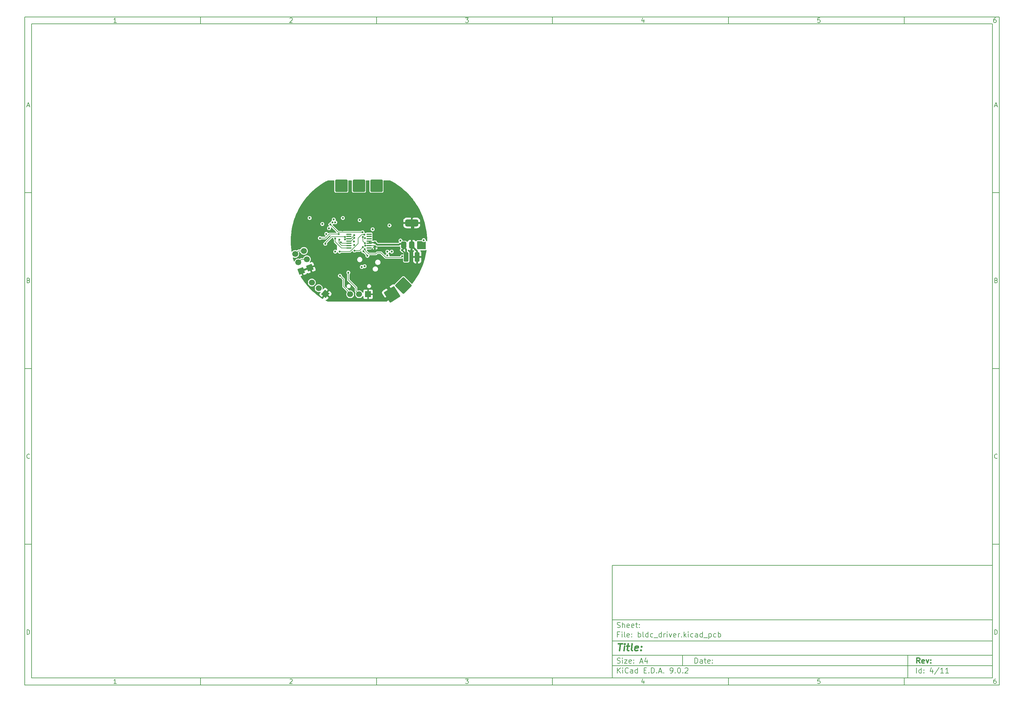
<source format=gbr>
%TF.GenerationSoftware,KiCad,Pcbnew,9.0.2-9.0.2-0~ubuntu22.04.1*%
%TF.CreationDate,2025-07-02T18:49:19+10:00*%
%TF.ProjectId,bldc_driver,626c6463-5f64-4726-9976-65722e6b6963,rev?*%
%TF.SameCoordinates,Original*%
%TF.FileFunction,Copper,L4,Bot*%
%TF.FilePolarity,Positive*%
%FSLAX46Y46*%
G04 Gerber Fmt 4.6, Leading zero omitted, Abs format (unit mm)*
G04 Created by KiCad (PCBNEW 9.0.2-9.0.2-0~ubuntu22.04.1) date 2025-07-02 18:49:19*
%MOMM*%
%LPD*%
G01*
G04 APERTURE LIST*
G04 Aperture macros list*
%AMRoundRect*
0 Rectangle with rounded corners*
0 $1 Rounding radius*
0 $2 $3 $4 $5 $6 $7 $8 $9 X,Y pos of 4 corners*
0 Add a 4 corners polygon primitive as box body*
4,1,4,$2,$3,$4,$5,$6,$7,$8,$9,$2,$3,0*
0 Add four circle primitives for the rounded corners*
1,1,$1+$1,$2,$3*
1,1,$1+$1,$4,$5*
1,1,$1+$1,$6,$7*
1,1,$1+$1,$8,$9*
0 Add four rect primitives between the rounded corners*
20,1,$1+$1,$2,$3,$4,$5,0*
20,1,$1+$1,$4,$5,$6,$7,0*
20,1,$1+$1,$6,$7,$8,$9,0*
20,1,$1+$1,$8,$9,$2,$3,0*%
%AMRotRect*
0 Rectangle, with rotation*
0 The origin of the aperture is its center*
0 $1 length*
0 $2 width*
0 $3 Rotation angle, in degrees counterclockwise*
0 Add horizontal line*
21,1,$1,$2,0,0,$3*%
G04 Aperture macros list end*
%ADD10C,0.100000*%
%ADD11C,0.150000*%
%ADD12C,0.300000*%
%ADD13C,0.400000*%
%TA.AperFunction,ComponentPad*%
%ADD14RoundRect,0.250002X-1.499998X-1.499998X1.499998X-1.499998X1.499998X1.499998X-1.499998X1.499998X0*%
%TD*%
%TA.AperFunction,ComponentPad*%
%ADD15C,3.100000*%
%TD*%
%TA.AperFunction,ConnectorPad*%
%ADD16C,4.700000*%
%TD*%
%TA.AperFunction,ComponentPad*%
%ADD17RotRect,1.700000X1.700000X200.000000*%
%TD*%
%TA.AperFunction,ComponentPad*%
%ADD18C,1.700000*%
%TD*%
%TA.AperFunction,ComponentPad*%
%ADD19R,1.700000X1.700000*%
%TD*%
%TA.AperFunction,ComponentPad*%
%ADD20RoundRect,0.250002X-2.071034X0.459137X-0.459137X-2.071034X2.071034X-0.459137X0.459137X2.071034X0*%
%TD*%
%TA.AperFunction,ComponentPad*%
%ADD21RoundRect,0.250002X0.000000X-2.121318X2.121318X0.000000X0.000000X2.121318X-2.121318X0.000000X0*%
%TD*%
%TA.AperFunction,ComponentPad*%
%ADD22RotRect,1.700000X1.700000X230.000000*%
%TD*%
%TA.AperFunction,SMDPad,CuDef*%
%ADD23RoundRect,0.375000X0.375000X-0.625000X0.375000X0.625000X-0.375000X0.625000X-0.375000X-0.625000X0*%
%TD*%
%TA.AperFunction,SMDPad,CuDef*%
%ADD24RoundRect,0.500000X1.400000X-0.500000X1.400000X0.500000X-1.400000X0.500000X-1.400000X-0.500000X0*%
%TD*%
%TA.AperFunction,SMDPad,CuDef*%
%ADD25RoundRect,0.155000X-0.155000X0.212500X-0.155000X-0.212500X0.155000X-0.212500X0.155000X0.212500X0*%
%TD*%
%TA.AperFunction,SMDPad,CuDef*%
%ADD26RoundRect,0.250000X-0.412500X-1.100000X0.412500X-1.100000X0.412500X1.100000X-0.412500X1.100000X0*%
%TD*%
%TA.AperFunction,SMDPad,CuDef*%
%ADD27RoundRect,0.100000X-0.637500X-0.100000X0.637500X-0.100000X0.637500X0.100000X-0.637500X0.100000X0*%
%TD*%
%TA.AperFunction,ViaPad*%
%ADD28C,0.600000*%
%TD*%
%TA.AperFunction,Conductor*%
%ADD29C,0.500000*%
%TD*%
%TA.AperFunction,Conductor*%
%ADD30C,0.200000*%
%TD*%
%TA.AperFunction,Conductor*%
%ADD31C,0.300000*%
%TD*%
%TA.AperFunction,Conductor*%
%ADD32C,0.400000*%
%TD*%
%TA.AperFunction,Conductor*%
%ADD33C,1.000000*%
%TD*%
G04 APERTURE END LIST*
D10*
D11*
X177002200Y-166007200D02*
X285002200Y-166007200D01*
X285002200Y-198007200D01*
X177002200Y-198007200D01*
X177002200Y-166007200D01*
D10*
D11*
X10000000Y-10000000D02*
X287002200Y-10000000D01*
X287002200Y-200007200D01*
X10000000Y-200007200D01*
X10000000Y-10000000D01*
D10*
D11*
X12000000Y-12000000D02*
X285002200Y-12000000D01*
X285002200Y-198007200D01*
X12000000Y-198007200D01*
X12000000Y-12000000D01*
D10*
D11*
X60000000Y-12000000D02*
X60000000Y-10000000D01*
D10*
D11*
X110000000Y-12000000D02*
X110000000Y-10000000D01*
D10*
D11*
X160000000Y-12000000D02*
X160000000Y-10000000D01*
D10*
D11*
X210000000Y-12000000D02*
X210000000Y-10000000D01*
D10*
D11*
X260000000Y-12000000D02*
X260000000Y-10000000D01*
D10*
D11*
X36089160Y-11593604D02*
X35346303Y-11593604D01*
X35717731Y-11593604D02*
X35717731Y-10293604D01*
X35717731Y-10293604D02*
X35593922Y-10479319D01*
X35593922Y-10479319D02*
X35470112Y-10603128D01*
X35470112Y-10603128D02*
X35346303Y-10665033D01*
D10*
D11*
X85346303Y-10417414D02*
X85408207Y-10355509D01*
X85408207Y-10355509D02*
X85532017Y-10293604D01*
X85532017Y-10293604D02*
X85841541Y-10293604D01*
X85841541Y-10293604D02*
X85965350Y-10355509D01*
X85965350Y-10355509D02*
X86027255Y-10417414D01*
X86027255Y-10417414D02*
X86089160Y-10541223D01*
X86089160Y-10541223D02*
X86089160Y-10665033D01*
X86089160Y-10665033D02*
X86027255Y-10850747D01*
X86027255Y-10850747D02*
X85284398Y-11593604D01*
X85284398Y-11593604D02*
X86089160Y-11593604D01*
D10*
D11*
X135284398Y-10293604D02*
X136089160Y-10293604D01*
X136089160Y-10293604D02*
X135655826Y-10788842D01*
X135655826Y-10788842D02*
X135841541Y-10788842D01*
X135841541Y-10788842D02*
X135965350Y-10850747D01*
X135965350Y-10850747D02*
X136027255Y-10912652D01*
X136027255Y-10912652D02*
X136089160Y-11036461D01*
X136089160Y-11036461D02*
X136089160Y-11345985D01*
X136089160Y-11345985D02*
X136027255Y-11469795D01*
X136027255Y-11469795D02*
X135965350Y-11531700D01*
X135965350Y-11531700D02*
X135841541Y-11593604D01*
X135841541Y-11593604D02*
X135470112Y-11593604D01*
X135470112Y-11593604D02*
X135346303Y-11531700D01*
X135346303Y-11531700D02*
X135284398Y-11469795D01*
D10*
D11*
X185965350Y-10726938D02*
X185965350Y-11593604D01*
X185655826Y-10231700D02*
X185346303Y-11160271D01*
X185346303Y-11160271D02*
X186151064Y-11160271D01*
D10*
D11*
X236027255Y-10293604D02*
X235408207Y-10293604D01*
X235408207Y-10293604D02*
X235346303Y-10912652D01*
X235346303Y-10912652D02*
X235408207Y-10850747D01*
X235408207Y-10850747D02*
X235532017Y-10788842D01*
X235532017Y-10788842D02*
X235841541Y-10788842D01*
X235841541Y-10788842D02*
X235965350Y-10850747D01*
X235965350Y-10850747D02*
X236027255Y-10912652D01*
X236027255Y-10912652D02*
X236089160Y-11036461D01*
X236089160Y-11036461D02*
X236089160Y-11345985D01*
X236089160Y-11345985D02*
X236027255Y-11469795D01*
X236027255Y-11469795D02*
X235965350Y-11531700D01*
X235965350Y-11531700D02*
X235841541Y-11593604D01*
X235841541Y-11593604D02*
X235532017Y-11593604D01*
X235532017Y-11593604D02*
X235408207Y-11531700D01*
X235408207Y-11531700D02*
X235346303Y-11469795D01*
D10*
D11*
X285965350Y-10293604D02*
X285717731Y-10293604D01*
X285717731Y-10293604D02*
X285593922Y-10355509D01*
X285593922Y-10355509D02*
X285532017Y-10417414D01*
X285532017Y-10417414D02*
X285408207Y-10603128D01*
X285408207Y-10603128D02*
X285346303Y-10850747D01*
X285346303Y-10850747D02*
X285346303Y-11345985D01*
X285346303Y-11345985D02*
X285408207Y-11469795D01*
X285408207Y-11469795D02*
X285470112Y-11531700D01*
X285470112Y-11531700D02*
X285593922Y-11593604D01*
X285593922Y-11593604D02*
X285841541Y-11593604D01*
X285841541Y-11593604D02*
X285965350Y-11531700D01*
X285965350Y-11531700D02*
X286027255Y-11469795D01*
X286027255Y-11469795D02*
X286089160Y-11345985D01*
X286089160Y-11345985D02*
X286089160Y-11036461D01*
X286089160Y-11036461D02*
X286027255Y-10912652D01*
X286027255Y-10912652D02*
X285965350Y-10850747D01*
X285965350Y-10850747D02*
X285841541Y-10788842D01*
X285841541Y-10788842D02*
X285593922Y-10788842D01*
X285593922Y-10788842D02*
X285470112Y-10850747D01*
X285470112Y-10850747D02*
X285408207Y-10912652D01*
X285408207Y-10912652D02*
X285346303Y-11036461D01*
D10*
D11*
X60000000Y-198007200D02*
X60000000Y-200007200D01*
D10*
D11*
X110000000Y-198007200D02*
X110000000Y-200007200D01*
D10*
D11*
X160000000Y-198007200D02*
X160000000Y-200007200D01*
D10*
D11*
X210000000Y-198007200D02*
X210000000Y-200007200D01*
D10*
D11*
X260000000Y-198007200D02*
X260000000Y-200007200D01*
D10*
D11*
X36089160Y-199600804D02*
X35346303Y-199600804D01*
X35717731Y-199600804D02*
X35717731Y-198300804D01*
X35717731Y-198300804D02*
X35593922Y-198486519D01*
X35593922Y-198486519D02*
X35470112Y-198610328D01*
X35470112Y-198610328D02*
X35346303Y-198672233D01*
D10*
D11*
X85346303Y-198424614D02*
X85408207Y-198362709D01*
X85408207Y-198362709D02*
X85532017Y-198300804D01*
X85532017Y-198300804D02*
X85841541Y-198300804D01*
X85841541Y-198300804D02*
X85965350Y-198362709D01*
X85965350Y-198362709D02*
X86027255Y-198424614D01*
X86027255Y-198424614D02*
X86089160Y-198548423D01*
X86089160Y-198548423D02*
X86089160Y-198672233D01*
X86089160Y-198672233D02*
X86027255Y-198857947D01*
X86027255Y-198857947D02*
X85284398Y-199600804D01*
X85284398Y-199600804D02*
X86089160Y-199600804D01*
D10*
D11*
X135284398Y-198300804D02*
X136089160Y-198300804D01*
X136089160Y-198300804D02*
X135655826Y-198796042D01*
X135655826Y-198796042D02*
X135841541Y-198796042D01*
X135841541Y-198796042D02*
X135965350Y-198857947D01*
X135965350Y-198857947D02*
X136027255Y-198919852D01*
X136027255Y-198919852D02*
X136089160Y-199043661D01*
X136089160Y-199043661D02*
X136089160Y-199353185D01*
X136089160Y-199353185D02*
X136027255Y-199476995D01*
X136027255Y-199476995D02*
X135965350Y-199538900D01*
X135965350Y-199538900D02*
X135841541Y-199600804D01*
X135841541Y-199600804D02*
X135470112Y-199600804D01*
X135470112Y-199600804D02*
X135346303Y-199538900D01*
X135346303Y-199538900D02*
X135284398Y-199476995D01*
D10*
D11*
X185965350Y-198734138D02*
X185965350Y-199600804D01*
X185655826Y-198238900D02*
X185346303Y-199167471D01*
X185346303Y-199167471D02*
X186151064Y-199167471D01*
D10*
D11*
X236027255Y-198300804D02*
X235408207Y-198300804D01*
X235408207Y-198300804D02*
X235346303Y-198919852D01*
X235346303Y-198919852D02*
X235408207Y-198857947D01*
X235408207Y-198857947D02*
X235532017Y-198796042D01*
X235532017Y-198796042D02*
X235841541Y-198796042D01*
X235841541Y-198796042D02*
X235965350Y-198857947D01*
X235965350Y-198857947D02*
X236027255Y-198919852D01*
X236027255Y-198919852D02*
X236089160Y-199043661D01*
X236089160Y-199043661D02*
X236089160Y-199353185D01*
X236089160Y-199353185D02*
X236027255Y-199476995D01*
X236027255Y-199476995D02*
X235965350Y-199538900D01*
X235965350Y-199538900D02*
X235841541Y-199600804D01*
X235841541Y-199600804D02*
X235532017Y-199600804D01*
X235532017Y-199600804D02*
X235408207Y-199538900D01*
X235408207Y-199538900D02*
X235346303Y-199476995D01*
D10*
D11*
X285965350Y-198300804D02*
X285717731Y-198300804D01*
X285717731Y-198300804D02*
X285593922Y-198362709D01*
X285593922Y-198362709D02*
X285532017Y-198424614D01*
X285532017Y-198424614D02*
X285408207Y-198610328D01*
X285408207Y-198610328D02*
X285346303Y-198857947D01*
X285346303Y-198857947D02*
X285346303Y-199353185D01*
X285346303Y-199353185D02*
X285408207Y-199476995D01*
X285408207Y-199476995D02*
X285470112Y-199538900D01*
X285470112Y-199538900D02*
X285593922Y-199600804D01*
X285593922Y-199600804D02*
X285841541Y-199600804D01*
X285841541Y-199600804D02*
X285965350Y-199538900D01*
X285965350Y-199538900D02*
X286027255Y-199476995D01*
X286027255Y-199476995D02*
X286089160Y-199353185D01*
X286089160Y-199353185D02*
X286089160Y-199043661D01*
X286089160Y-199043661D02*
X286027255Y-198919852D01*
X286027255Y-198919852D02*
X285965350Y-198857947D01*
X285965350Y-198857947D02*
X285841541Y-198796042D01*
X285841541Y-198796042D02*
X285593922Y-198796042D01*
X285593922Y-198796042D02*
X285470112Y-198857947D01*
X285470112Y-198857947D02*
X285408207Y-198919852D01*
X285408207Y-198919852D02*
X285346303Y-199043661D01*
D10*
D11*
X10000000Y-60000000D02*
X12000000Y-60000000D01*
D10*
D11*
X10000000Y-110000000D02*
X12000000Y-110000000D01*
D10*
D11*
X10000000Y-160000000D02*
X12000000Y-160000000D01*
D10*
D11*
X10690476Y-35222176D02*
X11309523Y-35222176D01*
X10566666Y-35593604D02*
X10999999Y-34293604D01*
X10999999Y-34293604D02*
X11433333Y-35593604D01*
D10*
D11*
X11092857Y-84912652D02*
X11278571Y-84974557D01*
X11278571Y-84974557D02*
X11340476Y-85036461D01*
X11340476Y-85036461D02*
X11402380Y-85160271D01*
X11402380Y-85160271D02*
X11402380Y-85345985D01*
X11402380Y-85345985D02*
X11340476Y-85469795D01*
X11340476Y-85469795D02*
X11278571Y-85531700D01*
X11278571Y-85531700D02*
X11154761Y-85593604D01*
X11154761Y-85593604D02*
X10659523Y-85593604D01*
X10659523Y-85593604D02*
X10659523Y-84293604D01*
X10659523Y-84293604D02*
X11092857Y-84293604D01*
X11092857Y-84293604D02*
X11216666Y-84355509D01*
X11216666Y-84355509D02*
X11278571Y-84417414D01*
X11278571Y-84417414D02*
X11340476Y-84541223D01*
X11340476Y-84541223D02*
X11340476Y-84665033D01*
X11340476Y-84665033D02*
X11278571Y-84788842D01*
X11278571Y-84788842D02*
X11216666Y-84850747D01*
X11216666Y-84850747D02*
X11092857Y-84912652D01*
X11092857Y-84912652D02*
X10659523Y-84912652D01*
D10*
D11*
X11402380Y-135469795D02*
X11340476Y-135531700D01*
X11340476Y-135531700D02*
X11154761Y-135593604D01*
X11154761Y-135593604D02*
X11030952Y-135593604D01*
X11030952Y-135593604D02*
X10845238Y-135531700D01*
X10845238Y-135531700D02*
X10721428Y-135407890D01*
X10721428Y-135407890D02*
X10659523Y-135284080D01*
X10659523Y-135284080D02*
X10597619Y-135036461D01*
X10597619Y-135036461D02*
X10597619Y-134850747D01*
X10597619Y-134850747D02*
X10659523Y-134603128D01*
X10659523Y-134603128D02*
X10721428Y-134479319D01*
X10721428Y-134479319D02*
X10845238Y-134355509D01*
X10845238Y-134355509D02*
X11030952Y-134293604D01*
X11030952Y-134293604D02*
X11154761Y-134293604D01*
X11154761Y-134293604D02*
X11340476Y-134355509D01*
X11340476Y-134355509D02*
X11402380Y-134417414D01*
D10*
D11*
X10659523Y-185593604D02*
X10659523Y-184293604D01*
X10659523Y-184293604D02*
X10969047Y-184293604D01*
X10969047Y-184293604D02*
X11154761Y-184355509D01*
X11154761Y-184355509D02*
X11278571Y-184479319D01*
X11278571Y-184479319D02*
X11340476Y-184603128D01*
X11340476Y-184603128D02*
X11402380Y-184850747D01*
X11402380Y-184850747D02*
X11402380Y-185036461D01*
X11402380Y-185036461D02*
X11340476Y-185284080D01*
X11340476Y-185284080D02*
X11278571Y-185407890D01*
X11278571Y-185407890D02*
X11154761Y-185531700D01*
X11154761Y-185531700D02*
X10969047Y-185593604D01*
X10969047Y-185593604D02*
X10659523Y-185593604D01*
D10*
D11*
X287002200Y-60000000D02*
X285002200Y-60000000D01*
D10*
D11*
X287002200Y-110000000D02*
X285002200Y-110000000D01*
D10*
D11*
X287002200Y-160000000D02*
X285002200Y-160000000D01*
D10*
D11*
X285692676Y-35222176D02*
X286311723Y-35222176D01*
X285568866Y-35593604D02*
X286002199Y-34293604D01*
X286002199Y-34293604D02*
X286435533Y-35593604D01*
D10*
D11*
X286095057Y-84912652D02*
X286280771Y-84974557D01*
X286280771Y-84974557D02*
X286342676Y-85036461D01*
X286342676Y-85036461D02*
X286404580Y-85160271D01*
X286404580Y-85160271D02*
X286404580Y-85345985D01*
X286404580Y-85345985D02*
X286342676Y-85469795D01*
X286342676Y-85469795D02*
X286280771Y-85531700D01*
X286280771Y-85531700D02*
X286156961Y-85593604D01*
X286156961Y-85593604D02*
X285661723Y-85593604D01*
X285661723Y-85593604D02*
X285661723Y-84293604D01*
X285661723Y-84293604D02*
X286095057Y-84293604D01*
X286095057Y-84293604D02*
X286218866Y-84355509D01*
X286218866Y-84355509D02*
X286280771Y-84417414D01*
X286280771Y-84417414D02*
X286342676Y-84541223D01*
X286342676Y-84541223D02*
X286342676Y-84665033D01*
X286342676Y-84665033D02*
X286280771Y-84788842D01*
X286280771Y-84788842D02*
X286218866Y-84850747D01*
X286218866Y-84850747D02*
X286095057Y-84912652D01*
X286095057Y-84912652D02*
X285661723Y-84912652D01*
D10*
D11*
X286404580Y-135469795D02*
X286342676Y-135531700D01*
X286342676Y-135531700D02*
X286156961Y-135593604D01*
X286156961Y-135593604D02*
X286033152Y-135593604D01*
X286033152Y-135593604D02*
X285847438Y-135531700D01*
X285847438Y-135531700D02*
X285723628Y-135407890D01*
X285723628Y-135407890D02*
X285661723Y-135284080D01*
X285661723Y-135284080D02*
X285599819Y-135036461D01*
X285599819Y-135036461D02*
X285599819Y-134850747D01*
X285599819Y-134850747D02*
X285661723Y-134603128D01*
X285661723Y-134603128D02*
X285723628Y-134479319D01*
X285723628Y-134479319D02*
X285847438Y-134355509D01*
X285847438Y-134355509D02*
X286033152Y-134293604D01*
X286033152Y-134293604D02*
X286156961Y-134293604D01*
X286156961Y-134293604D02*
X286342676Y-134355509D01*
X286342676Y-134355509D02*
X286404580Y-134417414D01*
D10*
D11*
X285661723Y-185593604D02*
X285661723Y-184293604D01*
X285661723Y-184293604D02*
X285971247Y-184293604D01*
X285971247Y-184293604D02*
X286156961Y-184355509D01*
X286156961Y-184355509D02*
X286280771Y-184479319D01*
X286280771Y-184479319D02*
X286342676Y-184603128D01*
X286342676Y-184603128D02*
X286404580Y-184850747D01*
X286404580Y-184850747D02*
X286404580Y-185036461D01*
X286404580Y-185036461D02*
X286342676Y-185284080D01*
X286342676Y-185284080D02*
X286280771Y-185407890D01*
X286280771Y-185407890D02*
X286156961Y-185531700D01*
X286156961Y-185531700D02*
X285971247Y-185593604D01*
X285971247Y-185593604D02*
X285661723Y-185593604D01*
D10*
D11*
X200458026Y-193793328D02*
X200458026Y-192293328D01*
X200458026Y-192293328D02*
X200815169Y-192293328D01*
X200815169Y-192293328D02*
X201029455Y-192364757D01*
X201029455Y-192364757D02*
X201172312Y-192507614D01*
X201172312Y-192507614D02*
X201243741Y-192650471D01*
X201243741Y-192650471D02*
X201315169Y-192936185D01*
X201315169Y-192936185D02*
X201315169Y-193150471D01*
X201315169Y-193150471D02*
X201243741Y-193436185D01*
X201243741Y-193436185D02*
X201172312Y-193579042D01*
X201172312Y-193579042D02*
X201029455Y-193721900D01*
X201029455Y-193721900D02*
X200815169Y-193793328D01*
X200815169Y-193793328D02*
X200458026Y-193793328D01*
X202600884Y-193793328D02*
X202600884Y-193007614D01*
X202600884Y-193007614D02*
X202529455Y-192864757D01*
X202529455Y-192864757D02*
X202386598Y-192793328D01*
X202386598Y-192793328D02*
X202100884Y-192793328D01*
X202100884Y-192793328D02*
X201958026Y-192864757D01*
X202600884Y-193721900D02*
X202458026Y-193793328D01*
X202458026Y-193793328D02*
X202100884Y-193793328D01*
X202100884Y-193793328D02*
X201958026Y-193721900D01*
X201958026Y-193721900D02*
X201886598Y-193579042D01*
X201886598Y-193579042D02*
X201886598Y-193436185D01*
X201886598Y-193436185D02*
X201958026Y-193293328D01*
X201958026Y-193293328D02*
X202100884Y-193221900D01*
X202100884Y-193221900D02*
X202458026Y-193221900D01*
X202458026Y-193221900D02*
X202600884Y-193150471D01*
X203100884Y-192793328D02*
X203672312Y-192793328D01*
X203315169Y-192293328D02*
X203315169Y-193579042D01*
X203315169Y-193579042D02*
X203386598Y-193721900D01*
X203386598Y-193721900D02*
X203529455Y-193793328D01*
X203529455Y-193793328D02*
X203672312Y-193793328D01*
X204743741Y-193721900D02*
X204600884Y-193793328D01*
X204600884Y-193793328D02*
X204315170Y-193793328D01*
X204315170Y-193793328D02*
X204172312Y-193721900D01*
X204172312Y-193721900D02*
X204100884Y-193579042D01*
X204100884Y-193579042D02*
X204100884Y-193007614D01*
X204100884Y-193007614D02*
X204172312Y-192864757D01*
X204172312Y-192864757D02*
X204315170Y-192793328D01*
X204315170Y-192793328D02*
X204600884Y-192793328D01*
X204600884Y-192793328D02*
X204743741Y-192864757D01*
X204743741Y-192864757D02*
X204815170Y-193007614D01*
X204815170Y-193007614D02*
X204815170Y-193150471D01*
X204815170Y-193150471D02*
X204100884Y-193293328D01*
X205458026Y-193650471D02*
X205529455Y-193721900D01*
X205529455Y-193721900D02*
X205458026Y-193793328D01*
X205458026Y-193793328D02*
X205386598Y-193721900D01*
X205386598Y-193721900D02*
X205458026Y-193650471D01*
X205458026Y-193650471D02*
X205458026Y-193793328D01*
X205458026Y-192864757D02*
X205529455Y-192936185D01*
X205529455Y-192936185D02*
X205458026Y-193007614D01*
X205458026Y-193007614D02*
X205386598Y-192936185D01*
X205386598Y-192936185D02*
X205458026Y-192864757D01*
X205458026Y-192864757D02*
X205458026Y-193007614D01*
D10*
D11*
X177002200Y-194507200D02*
X285002200Y-194507200D01*
D10*
D11*
X178458026Y-196593328D02*
X178458026Y-195093328D01*
X179315169Y-196593328D02*
X178672312Y-195736185D01*
X179315169Y-195093328D02*
X178458026Y-195950471D01*
X179958026Y-196593328D02*
X179958026Y-195593328D01*
X179958026Y-195093328D02*
X179886598Y-195164757D01*
X179886598Y-195164757D02*
X179958026Y-195236185D01*
X179958026Y-195236185D02*
X180029455Y-195164757D01*
X180029455Y-195164757D02*
X179958026Y-195093328D01*
X179958026Y-195093328D02*
X179958026Y-195236185D01*
X181529455Y-196450471D02*
X181458027Y-196521900D01*
X181458027Y-196521900D02*
X181243741Y-196593328D01*
X181243741Y-196593328D02*
X181100884Y-196593328D01*
X181100884Y-196593328D02*
X180886598Y-196521900D01*
X180886598Y-196521900D02*
X180743741Y-196379042D01*
X180743741Y-196379042D02*
X180672312Y-196236185D01*
X180672312Y-196236185D02*
X180600884Y-195950471D01*
X180600884Y-195950471D02*
X180600884Y-195736185D01*
X180600884Y-195736185D02*
X180672312Y-195450471D01*
X180672312Y-195450471D02*
X180743741Y-195307614D01*
X180743741Y-195307614D02*
X180886598Y-195164757D01*
X180886598Y-195164757D02*
X181100884Y-195093328D01*
X181100884Y-195093328D02*
X181243741Y-195093328D01*
X181243741Y-195093328D02*
X181458027Y-195164757D01*
X181458027Y-195164757D02*
X181529455Y-195236185D01*
X182815170Y-196593328D02*
X182815170Y-195807614D01*
X182815170Y-195807614D02*
X182743741Y-195664757D01*
X182743741Y-195664757D02*
X182600884Y-195593328D01*
X182600884Y-195593328D02*
X182315170Y-195593328D01*
X182315170Y-195593328D02*
X182172312Y-195664757D01*
X182815170Y-196521900D02*
X182672312Y-196593328D01*
X182672312Y-196593328D02*
X182315170Y-196593328D01*
X182315170Y-196593328D02*
X182172312Y-196521900D01*
X182172312Y-196521900D02*
X182100884Y-196379042D01*
X182100884Y-196379042D02*
X182100884Y-196236185D01*
X182100884Y-196236185D02*
X182172312Y-196093328D01*
X182172312Y-196093328D02*
X182315170Y-196021900D01*
X182315170Y-196021900D02*
X182672312Y-196021900D01*
X182672312Y-196021900D02*
X182815170Y-195950471D01*
X184172313Y-196593328D02*
X184172313Y-195093328D01*
X184172313Y-196521900D02*
X184029455Y-196593328D01*
X184029455Y-196593328D02*
X183743741Y-196593328D01*
X183743741Y-196593328D02*
X183600884Y-196521900D01*
X183600884Y-196521900D02*
X183529455Y-196450471D01*
X183529455Y-196450471D02*
X183458027Y-196307614D01*
X183458027Y-196307614D02*
X183458027Y-195879042D01*
X183458027Y-195879042D02*
X183529455Y-195736185D01*
X183529455Y-195736185D02*
X183600884Y-195664757D01*
X183600884Y-195664757D02*
X183743741Y-195593328D01*
X183743741Y-195593328D02*
X184029455Y-195593328D01*
X184029455Y-195593328D02*
X184172313Y-195664757D01*
X186029455Y-195807614D02*
X186529455Y-195807614D01*
X186743741Y-196593328D02*
X186029455Y-196593328D01*
X186029455Y-196593328D02*
X186029455Y-195093328D01*
X186029455Y-195093328D02*
X186743741Y-195093328D01*
X187386598Y-196450471D02*
X187458027Y-196521900D01*
X187458027Y-196521900D02*
X187386598Y-196593328D01*
X187386598Y-196593328D02*
X187315170Y-196521900D01*
X187315170Y-196521900D02*
X187386598Y-196450471D01*
X187386598Y-196450471D02*
X187386598Y-196593328D01*
X188100884Y-196593328D02*
X188100884Y-195093328D01*
X188100884Y-195093328D02*
X188458027Y-195093328D01*
X188458027Y-195093328D02*
X188672313Y-195164757D01*
X188672313Y-195164757D02*
X188815170Y-195307614D01*
X188815170Y-195307614D02*
X188886599Y-195450471D01*
X188886599Y-195450471D02*
X188958027Y-195736185D01*
X188958027Y-195736185D02*
X188958027Y-195950471D01*
X188958027Y-195950471D02*
X188886599Y-196236185D01*
X188886599Y-196236185D02*
X188815170Y-196379042D01*
X188815170Y-196379042D02*
X188672313Y-196521900D01*
X188672313Y-196521900D02*
X188458027Y-196593328D01*
X188458027Y-196593328D02*
X188100884Y-196593328D01*
X189600884Y-196450471D02*
X189672313Y-196521900D01*
X189672313Y-196521900D02*
X189600884Y-196593328D01*
X189600884Y-196593328D02*
X189529456Y-196521900D01*
X189529456Y-196521900D02*
X189600884Y-196450471D01*
X189600884Y-196450471D02*
X189600884Y-196593328D01*
X190243742Y-196164757D02*
X190958028Y-196164757D01*
X190100885Y-196593328D02*
X190600885Y-195093328D01*
X190600885Y-195093328D02*
X191100885Y-196593328D01*
X191600884Y-196450471D02*
X191672313Y-196521900D01*
X191672313Y-196521900D02*
X191600884Y-196593328D01*
X191600884Y-196593328D02*
X191529456Y-196521900D01*
X191529456Y-196521900D02*
X191600884Y-196450471D01*
X191600884Y-196450471D02*
X191600884Y-196593328D01*
X193529456Y-196593328D02*
X193815170Y-196593328D01*
X193815170Y-196593328D02*
X193958027Y-196521900D01*
X193958027Y-196521900D02*
X194029456Y-196450471D01*
X194029456Y-196450471D02*
X194172313Y-196236185D01*
X194172313Y-196236185D02*
X194243742Y-195950471D01*
X194243742Y-195950471D02*
X194243742Y-195379042D01*
X194243742Y-195379042D02*
X194172313Y-195236185D01*
X194172313Y-195236185D02*
X194100885Y-195164757D01*
X194100885Y-195164757D02*
X193958027Y-195093328D01*
X193958027Y-195093328D02*
X193672313Y-195093328D01*
X193672313Y-195093328D02*
X193529456Y-195164757D01*
X193529456Y-195164757D02*
X193458027Y-195236185D01*
X193458027Y-195236185D02*
X193386599Y-195379042D01*
X193386599Y-195379042D02*
X193386599Y-195736185D01*
X193386599Y-195736185D02*
X193458027Y-195879042D01*
X193458027Y-195879042D02*
X193529456Y-195950471D01*
X193529456Y-195950471D02*
X193672313Y-196021900D01*
X193672313Y-196021900D02*
X193958027Y-196021900D01*
X193958027Y-196021900D02*
X194100885Y-195950471D01*
X194100885Y-195950471D02*
X194172313Y-195879042D01*
X194172313Y-195879042D02*
X194243742Y-195736185D01*
X194886598Y-196450471D02*
X194958027Y-196521900D01*
X194958027Y-196521900D02*
X194886598Y-196593328D01*
X194886598Y-196593328D02*
X194815170Y-196521900D01*
X194815170Y-196521900D02*
X194886598Y-196450471D01*
X194886598Y-196450471D02*
X194886598Y-196593328D01*
X195886599Y-195093328D02*
X196029456Y-195093328D01*
X196029456Y-195093328D02*
X196172313Y-195164757D01*
X196172313Y-195164757D02*
X196243742Y-195236185D01*
X196243742Y-195236185D02*
X196315170Y-195379042D01*
X196315170Y-195379042D02*
X196386599Y-195664757D01*
X196386599Y-195664757D02*
X196386599Y-196021900D01*
X196386599Y-196021900D02*
X196315170Y-196307614D01*
X196315170Y-196307614D02*
X196243742Y-196450471D01*
X196243742Y-196450471D02*
X196172313Y-196521900D01*
X196172313Y-196521900D02*
X196029456Y-196593328D01*
X196029456Y-196593328D02*
X195886599Y-196593328D01*
X195886599Y-196593328D02*
X195743742Y-196521900D01*
X195743742Y-196521900D02*
X195672313Y-196450471D01*
X195672313Y-196450471D02*
X195600884Y-196307614D01*
X195600884Y-196307614D02*
X195529456Y-196021900D01*
X195529456Y-196021900D02*
X195529456Y-195664757D01*
X195529456Y-195664757D02*
X195600884Y-195379042D01*
X195600884Y-195379042D02*
X195672313Y-195236185D01*
X195672313Y-195236185D02*
X195743742Y-195164757D01*
X195743742Y-195164757D02*
X195886599Y-195093328D01*
X197029455Y-196450471D02*
X197100884Y-196521900D01*
X197100884Y-196521900D02*
X197029455Y-196593328D01*
X197029455Y-196593328D02*
X196958027Y-196521900D01*
X196958027Y-196521900D02*
X197029455Y-196450471D01*
X197029455Y-196450471D02*
X197029455Y-196593328D01*
X197672313Y-195236185D02*
X197743741Y-195164757D01*
X197743741Y-195164757D02*
X197886599Y-195093328D01*
X197886599Y-195093328D02*
X198243741Y-195093328D01*
X198243741Y-195093328D02*
X198386599Y-195164757D01*
X198386599Y-195164757D02*
X198458027Y-195236185D01*
X198458027Y-195236185D02*
X198529456Y-195379042D01*
X198529456Y-195379042D02*
X198529456Y-195521900D01*
X198529456Y-195521900D02*
X198458027Y-195736185D01*
X198458027Y-195736185D02*
X197600884Y-196593328D01*
X197600884Y-196593328D02*
X198529456Y-196593328D01*
D10*
D11*
X177002200Y-191507200D02*
X285002200Y-191507200D01*
D10*
D12*
X264413853Y-193785528D02*
X263913853Y-193071242D01*
X263556710Y-193785528D02*
X263556710Y-192285528D01*
X263556710Y-192285528D02*
X264128139Y-192285528D01*
X264128139Y-192285528D02*
X264270996Y-192356957D01*
X264270996Y-192356957D02*
X264342425Y-192428385D01*
X264342425Y-192428385D02*
X264413853Y-192571242D01*
X264413853Y-192571242D02*
X264413853Y-192785528D01*
X264413853Y-192785528D02*
X264342425Y-192928385D01*
X264342425Y-192928385D02*
X264270996Y-192999814D01*
X264270996Y-192999814D02*
X264128139Y-193071242D01*
X264128139Y-193071242D02*
X263556710Y-193071242D01*
X265628139Y-193714100D02*
X265485282Y-193785528D01*
X265485282Y-193785528D02*
X265199568Y-193785528D01*
X265199568Y-193785528D02*
X265056710Y-193714100D01*
X265056710Y-193714100D02*
X264985282Y-193571242D01*
X264985282Y-193571242D02*
X264985282Y-192999814D01*
X264985282Y-192999814D02*
X265056710Y-192856957D01*
X265056710Y-192856957D02*
X265199568Y-192785528D01*
X265199568Y-192785528D02*
X265485282Y-192785528D01*
X265485282Y-192785528D02*
X265628139Y-192856957D01*
X265628139Y-192856957D02*
X265699568Y-192999814D01*
X265699568Y-192999814D02*
X265699568Y-193142671D01*
X265699568Y-193142671D02*
X264985282Y-193285528D01*
X266199567Y-192785528D02*
X266556710Y-193785528D01*
X266556710Y-193785528D02*
X266913853Y-192785528D01*
X267485281Y-193642671D02*
X267556710Y-193714100D01*
X267556710Y-193714100D02*
X267485281Y-193785528D01*
X267485281Y-193785528D02*
X267413853Y-193714100D01*
X267413853Y-193714100D02*
X267485281Y-193642671D01*
X267485281Y-193642671D02*
X267485281Y-193785528D01*
X267485281Y-192856957D02*
X267556710Y-192928385D01*
X267556710Y-192928385D02*
X267485281Y-192999814D01*
X267485281Y-192999814D02*
X267413853Y-192928385D01*
X267413853Y-192928385D02*
X267485281Y-192856957D01*
X267485281Y-192856957D02*
X267485281Y-192999814D01*
D10*
D11*
X178386598Y-193721900D02*
X178600884Y-193793328D01*
X178600884Y-193793328D02*
X178958026Y-193793328D01*
X178958026Y-193793328D02*
X179100884Y-193721900D01*
X179100884Y-193721900D02*
X179172312Y-193650471D01*
X179172312Y-193650471D02*
X179243741Y-193507614D01*
X179243741Y-193507614D02*
X179243741Y-193364757D01*
X179243741Y-193364757D02*
X179172312Y-193221900D01*
X179172312Y-193221900D02*
X179100884Y-193150471D01*
X179100884Y-193150471D02*
X178958026Y-193079042D01*
X178958026Y-193079042D02*
X178672312Y-193007614D01*
X178672312Y-193007614D02*
X178529455Y-192936185D01*
X178529455Y-192936185D02*
X178458026Y-192864757D01*
X178458026Y-192864757D02*
X178386598Y-192721900D01*
X178386598Y-192721900D02*
X178386598Y-192579042D01*
X178386598Y-192579042D02*
X178458026Y-192436185D01*
X178458026Y-192436185D02*
X178529455Y-192364757D01*
X178529455Y-192364757D02*
X178672312Y-192293328D01*
X178672312Y-192293328D02*
X179029455Y-192293328D01*
X179029455Y-192293328D02*
X179243741Y-192364757D01*
X179886597Y-193793328D02*
X179886597Y-192793328D01*
X179886597Y-192293328D02*
X179815169Y-192364757D01*
X179815169Y-192364757D02*
X179886597Y-192436185D01*
X179886597Y-192436185D02*
X179958026Y-192364757D01*
X179958026Y-192364757D02*
X179886597Y-192293328D01*
X179886597Y-192293328D02*
X179886597Y-192436185D01*
X180458026Y-192793328D02*
X181243741Y-192793328D01*
X181243741Y-192793328D02*
X180458026Y-193793328D01*
X180458026Y-193793328D02*
X181243741Y-193793328D01*
X182386598Y-193721900D02*
X182243741Y-193793328D01*
X182243741Y-193793328D02*
X181958027Y-193793328D01*
X181958027Y-193793328D02*
X181815169Y-193721900D01*
X181815169Y-193721900D02*
X181743741Y-193579042D01*
X181743741Y-193579042D02*
X181743741Y-193007614D01*
X181743741Y-193007614D02*
X181815169Y-192864757D01*
X181815169Y-192864757D02*
X181958027Y-192793328D01*
X181958027Y-192793328D02*
X182243741Y-192793328D01*
X182243741Y-192793328D02*
X182386598Y-192864757D01*
X182386598Y-192864757D02*
X182458027Y-193007614D01*
X182458027Y-193007614D02*
X182458027Y-193150471D01*
X182458027Y-193150471D02*
X181743741Y-193293328D01*
X183100883Y-193650471D02*
X183172312Y-193721900D01*
X183172312Y-193721900D02*
X183100883Y-193793328D01*
X183100883Y-193793328D02*
X183029455Y-193721900D01*
X183029455Y-193721900D02*
X183100883Y-193650471D01*
X183100883Y-193650471D02*
X183100883Y-193793328D01*
X183100883Y-192864757D02*
X183172312Y-192936185D01*
X183172312Y-192936185D02*
X183100883Y-193007614D01*
X183100883Y-193007614D02*
X183029455Y-192936185D01*
X183029455Y-192936185D02*
X183100883Y-192864757D01*
X183100883Y-192864757D02*
X183100883Y-193007614D01*
X184886598Y-193364757D02*
X185600884Y-193364757D01*
X184743741Y-193793328D02*
X185243741Y-192293328D01*
X185243741Y-192293328D02*
X185743741Y-193793328D01*
X186886598Y-192793328D02*
X186886598Y-193793328D01*
X186529455Y-192221900D02*
X186172312Y-193293328D01*
X186172312Y-193293328D02*
X187100883Y-193293328D01*
D10*
D11*
X263458026Y-196593328D02*
X263458026Y-195093328D01*
X264815170Y-196593328D02*
X264815170Y-195093328D01*
X264815170Y-196521900D02*
X264672312Y-196593328D01*
X264672312Y-196593328D02*
X264386598Y-196593328D01*
X264386598Y-196593328D02*
X264243741Y-196521900D01*
X264243741Y-196521900D02*
X264172312Y-196450471D01*
X264172312Y-196450471D02*
X264100884Y-196307614D01*
X264100884Y-196307614D02*
X264100884Y-195879042D01*
X264100884Y-195879042D02*
X264172312Y-195736185D01*
X264172312Y-195736185D02*
X264243741Y-195664757D01*
X264243741Y-195664757D02*
X264386598Y-195593328D01*
X264386598Y-195593328D02*
X264672312Y-195593328D01*
X264672312Y-195593328D02*
X264815170Y-195664757D01*
X265529455Y-196450471D02*
X265600884Y-196521900D01*
X265600884Y-196521900D02*
X265529455Y-196593328D01*
X265529455Y-196593328D02*
X265458027Y-196521900D01*
X265458027Y-196521900D02*
X265529455Y-196450471D01*
X265529455Y-196450471D02*
X265529455Y-196593328D01*
X265529455Y-195664757D02*
X265600884Y-195736185D01*
X265600884Y-195736185D02*
X265529455Y-195807614D01*
X265529455Y-195807614D02*
X265458027Y-195736185D01*
X265458027Y-195736185D02*
X265529455Y-195664757D01*
X265529455Y-195664757D02*
X265529455Y-195807614D01*
X268029456Y-195593328D02*
X268029456Y-196593328D01*
X267672313Y-195021900D02*
X267315170Y-196093328D01*
X267315170Y-196093328D02*
X268243741Y-196093328D01*
X269886598Y-195021900D02*
X268600884Y-196950471D01*
X271172313Y-196593328D02*
X270315170Y-196593328D01*
X270743741Y-196593328D02*
X270743741Y-195093328D01*
X270743741Y-195093328D02*
X270600884Y-195307614D01*
X270600884Y-195307614D02*
X270458027Y-195450471D01*
X270458027Y-195450471D02*
X270315170Y-195521900D01*
X272600884Y-196593328D02*
X271743741Y-196593328D01*
X272172312Y-196593328D02*
X272172312Y-195093328D01*
X272172312Y-195093328D02*
X272029455Y-195307614D01*
X272029455Y-195307614D02*
X271886598Y-195450471D01*
X271886598Y-195450471D02*
X271743741Y-195521900D01*
D10*
D11*
X177002200Y-187507200D02*
X285002200Y-187507200D01*
D10*
D13*
X178693928Y-188211638D02*
X179836785Y-188211638D01*
X179015357Y-190211638D02*
X179265357Y-188211638D01*
X180253452Y-190211638D02*
X180420119Y-188878304D01*
X180503452Y-188211638D02*
X180396309Y-188306876D01*
X180396309Y-188306876D02*
X180479643Y-188402114D01*
X180479643Y-188402114D02*
X180586786Y-188306876D01*
X180586786Y-188306876D02*
X180503452Y-188211638D01*
X180503452Y-188211638D02*
X180479643Y-188402114D01*
X181086786Y-188878304D02*
X181848690Y-188878304D01*
X181455833Y-188211638D02*
X181241548Y-189925923D01*
X181241548Y-189925923D02*
X181312976Y-190116400D01*
X181312976Y-190116400D02*
X181491548Y-190211638D01*
X181491548Y-190211638D02*
X181682024Y-190211638D01*
X182634405Y-190211638D02*
X182455833Y-190116400D01*
X182455833Y-190116400D02*
X182384405Y-189925923D01*
X182384405Y-189925923D02*
X182598690Y-188211638D01*
X184170119Y-190116400D02*
X183967738Y-190211638D01*
X183967738Y-190211638D02*
X183586785Y-190211638D01*
X183586785Y-190211638D02*
X183408214Y-190116400D01*
X183408214Y-190116400D02*
X183336785Y-189925923D01*
X183336785Y-189925923D02*
X183432024Y-189164019D01*
X183432024Y-189164019D02*
X183551071Y-188973542D01*
X183551071Y-188973542D02*
X183753452Y-188878304D01*
X183753452Y-188878304D02*
X184134404Y-188878304D01*
X184134404Y-188878304D02*
X184312976Y-188973542D01*
X184312976Y-188973542D02*
X184384404Y-189164019D01*
X184384404Y-189164019D02*
X184360595Y-189354495D01*
X184360595Y-189354495D02*
X183384404Y-189544971D01*
X185134405Y-190021161D02*
X185217738Y-190116400D01*
X185217738Y-190116400D02*
X185110595Y-190211638D01*
X185110595Y-190211638D02*
X185027262Y-190116400D01*
X185027262Y-190116400D02*
X185134405Y-190021161D01*
X185134405Y-190021161D02*
X185110595Y-190211638D01*
X185265357Y-188973542D02*
X185348690Y-189068780D01*
X185348690Y-189068780D02*
X185241548Y-189164019D01*
X185241548Y-189164019D02*
X185158214Y-189068780D01*
X185158214Y-189068780D02*
X185265357Y-188973542D01*
X185265357Y-188973542D02*
X185241548Y-189164019D01*
D10*
D11*
X178958026Y-185607614D02*
X178458026Y-185607614D01*
X178458026Y-186393328D02*
X178458026Y-184893328D01*
X178458026Y-184893328D02*
X179172312Y-184893328D01*
X179743740Y-186393328D02*
X179743740Y-185393328D01*
X179743740Y-184893328D02*
X179672312Y-184964757D01*
X179672312Y-184964757D02*
X179743740Y-185036185D01*
X179743740Y-185036185D02*
X179815169Y-184964757D01*
X179815169Y-184964757D02*
X179743740Y-184893328D01*
X179743740Y-184893328D02*
X179743740Y-185036185D01*
X180672312Y-186393328D02*
X180529455Y-186321900D01*
X180529455Y-186321900D02*
X180458026Y-186179042D01*
X180458026Y-186179042D02*
X180458026Y-184893328D01*
X181815169Y-186321900D02*
X181672312Y-186393328D01*
X181672312Y-186393328D02*
X181386598Y-186393328D01*
X181386598Y-186393328D02*
X181243740Y-186321900D01*
X181243740Y-186321900D02*
X181172312Y-186179042D01*
X181172312Y-186179042D02*
X181172312Y-185607614D01*
X181172312Y-185607614D02*
X181243740Y-185464757D01*
X181243740Y-185464757D02*
X181386598Y-185393328D01*
X181386598Y-185393328D02*
X181672312Y-185393328D01*
X181672312Y-185393328D02*
X181815169Y-185464757D01*
X181815169Y-185464757D02*
X181886598Y-185607614D01*
X181886598Y-185607614D02*
X181886598Y-185750471D01*
X181886598Y-185750471D02*
X181172312Y-185893328D01*
X182529454Y-186250471D02*
X182600883Y-186321900D01*
X182600883Y-186321900D02*
X182529454Y-186393328D01*
X182529454Y-186393328D02*
X182458026Y-186321900D01*
X182458026Y-186321900D02*
X182529454Y-186250471D01*
X182529454Y-186250471D02*
X182529454Y-186393328D01*
X182529454Y-185464757D02*
X182600883Y-185536185D01*
X182600883Y-185536185D02*
X182529454Y-185607614D01*
X182529454Y-185607614D02*
X182458026Y-185536185D01*
X182458026Y-185536185D02*
X182529454Y-185464757D01*
X182529454Y-185464757D02*
X182529454Y-185607614D01*
X184386597Y-186393328D02*
X184386597Y-184893328D01*
X184386597Y-185464757D02*
X184529455Y-185393328D01*
X184529455Y-185393328D02*
X184815169Y-185393328D01*
X184815169Y-185393328D02*
X184958026Y-185464757D01*
X184958026Y-185464757D02*
X185029455Y-185536185D01*
X185029455Y-185536185D02*
X185100883Y-185679042D01*
X185100883Y-185679042D02*
X185100883Y-186107614D01*
X185100883Y-186107614D02*
X185029455Y-186250471D01*
X185029455Y-186250471D02*
X184958026Y-186321900D01*
X184958026Y-186321900D02*
X184815169Y-186393328D01*
X184815169Y-186393328D02*
X184529455Y-186393328D01*
X184529455Y-186393328D02*
X184386597Y-186321900D01*
X185958026Y-186393328D02*
X185815169Y-186321900D01*
X185815169Y-186321900D02*
X185743740Y-186179042D01*
X185743740Y-186179042D02*
X185743740Y-184893328D01*
X187172312Y-186393328D02*
X187172312Y-184893328D01*
X187172312Y-186321900D02*
X187029454Y-186393328D01*
X187029454Y-186393328D02*
X186743740Y-186393328D01*
X186743740Y-186393328D02*
X186600883Y-186321900D01*
X186600883Y-186321900D02*
X186529454Y-186250471D01*
X186529454Y-186250471D02*
X186458026Y-186107614D01*
X186458026Y-186107614D02*
X186458026Y-185679042D01*
X186458026Y-185679042D02*
X186529454Y-185536185D01*
X186529454Y-185536185D02*
X186600883Y-185464757D01*
X186600883Y-185464757D02*
X186743740Y-185393328D01*
X186743740Y-185393328D02*
X187029454Y-185393328D01*
X187029454Y-185393328D02*
X187172312Y-185464757D01*
X188529455Y-186321900D02*
X188386597Y-186393328D01*
X188386597Y-186393328D02*
X188100883Y-186393328D01*
X188100883Y-186393328D02*
X187958026Y-186321900D01*
X187958026Y-186321900D02*
X187886597Y-186250471D01*
X187886597Y-186250471D02*
X187815169Y-186107614D01*
X187815169Y-186107614D02*
X187815169Y-185679042D01*
X187815169Y-185679042D02*
X187886597Y-185536185D01*
X187886597Y-185536185D02*
X187958026Y-185464757D01*
X187958026Y-185464757D02*
X188100883Y-185393328D01*
X188100883Y-185393328D02*
X188386597Y-185393328D01*
X188386597Y-185393328D02*
X188529455Y-185464757D01*
X188815169Y-186536185D02*
X189958026Y-186536185D01*
X190958026Y-186393328D02*
X190958026Y-184893328D01*
X190958026Y-186321900D02*
X190815168Y-186393328D01*
X190815168Y-186393328D02*
X190529454Y-186393328D01*
X190529454Y-186393328D02*
X190386597Y-186321900D01*
X190386597Y-186321900D02*
X190315168Y-186250471D01*
X190315168Y-186250471D02*
X190243740Y-186107614D01*
X190243740Y-186107614D02*
X190243740Y-185679042D01*
X190243740Y-185679042D02*
X190315168Y-185536185D01*
X190315168Y-185536185D02*
X190386597Y-185464757D01*
X190386597Y-185464757D02*
X190529454Y-185393328D01*
X190529454Y-185393328D02*
X190815168Y-185393328D01*
X190815168Y-185393328D02*
X190958026Y-185464757D01*
X191672311Y-186393328D02*
X191672311Y-185393328D01*
X191672311Y-185679042D02*
X191743740Y-185536185D01*
X191743740Y-185536185D02*
X191815169Y-185464757D01*
X191815169Y-185464757D02*
X191958026Y-185393328D01*
X191958026Y-185393328D02*
X192100883Y-185393328D01*
X192600882Y-186393328D02*
X192600882Y-185393328D01*
X192600882Y-184893328D02*
X192529454Y-184964757D01*
X192529454Y-184964757D02*
X192600882Y-185036185D01*
X192600882Y-185036185D02*
X192672311Y-184964757D01*
X192672311Y-184964757D02*
X192600882Y-184893328D01*
X192600882Y-184893328D02*
X192600882Y-185036185D01*
X193172311Y-185393328D02*
X193529454Y-186393328D01*
X193529454Y-186393328D02*
X193886597Y-185393328D01*
X195029454Y-186321900D02*
X194886597Y-186393328D01*
X194886597Y-186393328D02*
X194600883Y-186393328D01*
X194600883Y-186393328D02*
X194458025Y-186321900D01*
X194458025Y-186321900D02*
X194386597Y-186179042D01*
X194386597Y-186179042D02*
X194386597Y-185607614D01*
X194386597Y-185607614D02*
X194458025Y-185464757D01*
X194458025Y-185464757D02*
X194600883Y-185393328D01*
X194600883Y-185393328D02*
X194886597Y-185393328D01*
X194886597Y-185393328D02*
X195029454Y-185464757D01*
X195029454Y-185464757D02*
X195100883Y-185607614D01*
X195100883Y-185607614D02*
X195100883Y-185750471D01*
X195100883Y-185750471D02*
X194386597Y-185893328D01*
X195743739Y-186393328D02*
X195743739Y-185393328D01*
X195743739Y-185679042D02*
X195815168Y-185536185D01*
X195815168Y-185536185D02*
X195886597Y-185464757D01*
X195886597Y-185464757D02*
X196029454Y-185393328D01*
X196029454Y-185393328D02*
X196172311Y-185393328D01*
X196672310Y-186250471D02*
X196743739Y-186321900D01*
X196743739Y-186321900D02*
X196672310Y-186393328D01*
X196672310Y-186393328D02*
X196600882Y-186321900D01*
X196600882Y-186321900D02*
X196672310Y-186250471D01*
X196672310Y-186250471D02*
X196672310Y-186393328D01*
X197386596Y-186393328D02*
X197386596Y-184893328D01*
X197529454Y-185821900D02*
X197958025Y-186393328D01*
X197958025Y-185393328D02*
X197386596Y-185964757D01*
X198600882Y-186393328D02*
X198600882Y-185393328D01*
X198600882Y-184893328D02*
X198529454Y-184964757D01*
X198529454Y-184964757D02*
X198600882Y-185036185D01*
X198600882Y-185036185D02*
X198672311Y-184964757D01*
X198672311Y-184964757D02*
X198600882Y-184893328D01*
X198600882Y-184893328D02*
X198600882Y-185036185D01*
X199958026Y-186321900D02*
X199815168Y-186393328D01*
X199815168Y-186393328D02*
X199529454Y-186393328D01*
X199529454Y-186393328D02*
X199386597Y-186321900D01*
X199386597Y-186321900D02*
X199315168Y-186250471D01*
X199315168Y-186250471D02*
X199243740Y-186107614D01*
X199243740Y-186107614D02*
X199243740Y-185679042D01*
X199243740Y-185679042D02*
X199315168Y-185536185D01*
X199315168Y-185536185D02*
X199386597Y-185464757D01*
X199386597Y-185464757D02*
X199529454Y-185393328D01*
X199529454Y-185393328D02*
X199815168Y-185393328D01*
X199815168Y-185393328D02*
X199958026Y-185464757D01*
X201243740Y-186393328D02*
X201243740Y-185607614D01*
X201243740Y-185607614D02*
X201172311Y-185464757D01*
X201172311Y-185464757D02*
X201029454Y-185393328D01*
X201029454Y-185393328D02*
X200743740Y-185393328D01*
X200743740Y-185393328D02*
X200600882Y-185464757D01*
X201243740Y-186321900D02*
X201100882Y-186393328D01*
X201100882Y-186393328D02*
X200743740Y-186393328D01*
X200743740Y-186393328D02*
X200600882Y-186321900D01*
X200600882Y-186321900D02*
X200529454Y-186179042D01*
X200529454Y-186179042D02*
X200529454Y-186036185D01*
X200529454Y-186036185D02*
X200600882Y-185893328D01*
X200600882Y-185893328D02*
X200743740Y-185821900D01*
X200743740Y-185821900D02*
X201100882Y-185821900D01*
X201100882Y-185821900D02*
X201243740Y-185750471D01*
X202600883Y-186393328D02*
X202600883Y-184893328D01*
X202600883Y-186321900D02*
X202458025Y-186393328D01*
X202458025Y-186393328D02*
X202172311Y-186393328D01*
X202172311Y-186393328D02*
X202029454Y-186321900D01*
X202029454Y-186321900D02*
X201958025Y-186250471D01*
X201958025Y-186250471D02*
X201886597Y-186107614D01*
X201886597Y-186107614D02*
X201886597Y-185679042D01*
X201886597Y-185679042D02*
X201958025Y-185536185D01*
X201958025Y-185536185D02*
X202029454Y-185464757D01*
X202029454Y-185464757D02*
X202172311Y-185393328D01*
X202172311Y-185393328D02*
X202458025Y-185393328D01*
X202458025Y-185393328D02*
X202600883Y-185464757D01*
X202958026Y-186536185D02*
X204100883Y-186536185D01*
X204458025Y-185393328D02*
X204458025Y-186893328D01*
X204458025Y-185464757D02*
X204600883Y-185393328D01*
X204600883Y-185393328D02*
X204886597Y-185393328D01*
X204886597Y-185393328D02*
X205029454Y-185464757D01*
X205029454Y-185464757D02*
X205100883Y-185536185D01*
X205100883Y-185536185D02*
X205172311Y-185679042D01*
X205172311Y-185679042D02*
X205172311Y-186107614D01*
X205172311Y-186107614D02*
X205100883Y-186250471D01*
X205100883Y-186250471D02*
X205029454Y-186321900D01*
X205029454Y-186321900D02*
X204886597Y-186393328D01*
X204886597Y-186393328D02*
X204600883Y-186393328D01*
X204600883Y-186393328D02*
X204458025Y-186321900D01*
X206458026Y-186321900D02*
X206315168Y-186393328D01*
X206315168Y-186393328D02*
X206029454Y-186393328D01*
X206029454Y-186393328D02*
X205886597Y-186321900D01*
X205886597Y-186321900D02*
X205815168Y-186250471D01*
X205815168Y-186250471D02*
X205743740Y-186107614D01*
X205743740Y-186107614D02*
X205743740Y-185679042D01*
X205743740Y-185679042D02*
X205815168Y-185536185D01*
X205815168Y-185536185D02*
X205886597Y-185464757D01*
X205886597Y-185464757D02*
X206029454Y-185393328D01*
X206029454Y-185393328D02*
X206315168Y-185393328D01*
X206315168Y-185393328D02*
X206458026Y-185464757D01*
X207100882Y-186393328D02*
X207100882Y-184893328D01*
X207100882Y-185464757D02*
X207243740Y-185393328D01*
X207243740Y-185393328D02*
X207529454Y-185393328D01*
X207529454Y-185393328D02*
X207672311Y-185464757D01*
X207672311Y-185464757D02*
X207743740Y-185536185D01*
X207743740Y-185536185D02*
X207815168Y-185679042D01*
X207815168Y-185679042D02*
X207815168Y-186107614D01*
X207815168Y-186107614D02*
X207743740Y-186250471D01*
X207743740Y-186250471D02*
X207672311Y-186321900D01*
X207672311Y-186321900D02*
X207529454Y-186393328D01*
X207529454Y-186393328D02*
X207243740Y-186393328D01*
X207243740Y-186393328D02*
X207100882Y-186321900D01*
D10*
D11*
X177002200Y-181507200D02*
X285002200Y-181507200D01*
D10*
D11*
X178386598Y-183621900D02*
X178600884Y-183693328D01*
X178600884Y-183693328D02*
X178958026Y-183693328D01*
X178958026Y-183693328D02*
X179100884Y-183621900D01*
X179100884Y-183621900D02*
X179172312Y-183550471D01*
X179172312Y-183550471D02*
X179243741Y-183407614D01*
X179243741Y-183407614D02*
X179243741Y-183264757D01*
X179243741Y-183264757D02*
X179172312Y-183121900D01*
X179172312Y-183121900D02*
X179100884Y-183050471D01*
X179100884Y-183050471D02*
X178958026Y-182979042D01*
X178958026Y-182979042D02*
X178672312Y-182907614D01*
X178672312Y-182907614D02*
X178529455Y-182836185D01*
X178529455Y-182836185D02*
X178458026Y-182764757D01*
X178458026Y-182764757D02*
X178386598Y-182621900D01*
X178386598Y-182621900D02*
X178386598Y-182479042D01*
X178386598Y-182479042D02*
X178458026Y-182336185D01*
X178458026Y-182336185D02*
X178529455Y-182264757D01*
X178529455Y-182264757D02*
X178672312Y-182193328D01*
X178672312Y-182193328D02*
X179029455Y-182193328D01*
X179029455Y-182193328D02*
X179243741Y-182264757D01*
X179886597Y-183693328D02*
X179886597Y-182193328D01*
X180529455Y-183693328D02*
X180529455Y-182907614D01*
X180529455Y-182907614D02*
X180458026Y-182764757D01*
X180458026Y-182764757D02*
X180315169Y-182693328D01*
X180315169Y-182693328D02*
X180100883Y-182693328D01*
X180100883Y-182693328D02*
X179958026Y-182764757D01*
X179958026Y-182764757D02*
X179886597Y-182836185D01*
X181815169Y-183621900D02*
X181672312Y-183693328D01*
X181672312Y-183693328D02*
X181386598Y-183693328D01*
X181386598Y-183693328D02*
X181243740Y-183621900D01*
X181243740Y-183621900D02*
X181172312Y-183479042D01*
X181172312Y-183479042D02*
X181172312Y-182907614D01*
X181172312Y-182907614D02*
X181243740Y-182764757D01*
X181243740Y-182764757D02*
X181386598Y-182693328D01*
X181386598Y-182693328D02*
X181672312Y-182693328D01*
X181672312Y-182693328D02*
X181815169Y-182764757D01*
X181815169Y-182764757D02*
X181886598Y-182907614D01*
X181886598Y-182907614D02*
X181886598Y-183050471D01*
X181886598Y-183050471D02*
X181172312Y-183193328D01*
X183100883Y-183621900D02*
X182958026Y-183693328D01*
X182958026Y-183693328D02*
X182672312Y-183693328D01*
X182672312Y-183693328D02*
X182529454Y-183621900D01*
X182529454Y-183621900D02*
X182458026Y-183479042D01*
X182458026Y-183479042D02*
X182458026Y-182907614D01*
X182458026Y-182907614D02*
X182529454Y-182764757D01*
X182529454Y-182764757D02*
X182672312Y-182693328D01*
X182672312Y-182693328D02*
X182958026Y-182693328D01*
X182958026Y-182693328D02*
X183100883Y-182764757D01*
X183100883Y-182764757D02*
X183172312Y-182907614D01*
X183172312Y-182907614D02*
X183172312Y-183050471D01*
X183172312Y-183050471D02*
X182458026Y-183193328D01*
X183600883Y-182693328D02*
X184172311Y-182693328D01*
X183815168Y-182193328D02*
X183815168Y-183479042D01*
X183815168Y-183479042D02*
X183886597Y-183621900D01*
X183886597Y-183621900D02*
X184029454Y-183693328D01*
X184029454Y-183693328D02*
X184172311Y-183693328D01*
X184672311Y-183550471D02*
X184743740Y-183621900D01*
X184743740Y-183621900D02*
X184672311Y-183693328D01*
X184672311Y-183693328D02*
X184600883Y-183621900D01*
X184600883Y-183621900D02*
X184672311Y-183550471D01*
X184672311Y-183550471D02*
X184672311Y-183693328D01*
X184672311Y-182764757D02*
X184743740Y-182836185D01*
X184743740Y-182836185D02*
X184672311Y-182907614D01*
X184672311Y-182907614D02*
X184600883Y-182836185D01*
X184600883Y-182836185D02*
X184672311Y-182764757D01*
X184672311Y-182764757D02*
X184672311Y-182907614D01*
D10*
D11*
X197002200Y-191507200D02*
X197002200Y-194507200D01*
D10*
D11*
X261002200Y-191507200D02*
X261002200Y-198007200D01*
D14*
%TO.P,J8,1,Pin_1*%
%TO.N,MOT_A*%
X110000000Y-58000000D03*
%TD*%
%TO.P,J10,1,Pin_1*%
%TO.N,MOT_C*%
X100000000Y-58000000D03*
%TD*%
D15*
%TO.P,H4,1,1*%
%TO.N,GND*%
X114192385Y-64557615D03*
D16*
X114192385Y-64557615D03*
%TD*%
D14*
%TO.P,J9,1,Pin_1*%
%TO.N,MOT_B*%
X105000000Y-58000000D03*
%TD*%
D17*
%TO.P,J7,1,Pin_1*%
%TO.N,GND*%
X91090109Y-81306275D03*
D18*
%TO.P,J7,2,Pin_2*%
%TO.N,CAN_L*%
X90221378Y-78919456D03*
%TO.P,J7,3,Pin_3*%
%TO.N,CAN_H*%
X89352647Y-76532636D03*
%TD*%
D19*
%TO.P,J5,1,Pin_1*%
%TO.N,GND*%
X107600000Y-88885000D03*
D18*
%TO.P,J5,2,Pin_2*%
%TO.N,USART_RX*%
X105060000Y-88885000D03*
%TO.P,J5,3,Pin_3*%
%TO.N,USART_TX*%
X102520000Y-88885000D03*
%TD*%
D15*
%TO.P,H1,1,1*%
%TO.N,GND*%
X95807615Y-82942385D03*
D16*
X95807615Y-82942385D03*
%TD*%
D15*
%TO.P,H2,1,1*%
%TO.N,GND*%
X114250000Y-83000000D03*
D16*
X114250000Y-83000000D03*
%TD*%
D20*
%TO.P,J1,1,Pin_1*%
%TO.N,GND*%
X114400000Y-88900000D03*
%TD*%
D21*
%TO.P,J11,1,Pin_1*%
%TO.N,VIN*%
X117650000Y-86350000D03*
%TD*%
D15*
%TO.P,H3,1,1*%
%TO.N,GND*%
X95807615Y-64557615D03*
D16*
X95807615Y-64557615D03*
%TD*%
D22*
%TO.P,J3,1,Pin_1*%
%TO.N,GND*%
X95493193Y-88792190D03*
D18*
%TO.P,J3,2,Pin_2*%
%TO.N,PB2*%
X93547440Y-87159509D03*
%TO.P,J3,3,Pin_3*%
%TO.N,PB4*%
X91601687Y-85526829D03*
%TD*%
D17*
%TO.P,J6,1,Pin_1*%
%TO.N,GND*%
X88608731Y-82206819D03*
D18*
%TO.P,J6,2,Pin_2*%
%TO.N,CAN_L*%
X87740000Y-79820000D03*
%TO.P,J6,3,Pin_3*%
%TO.N,CAN_H*%
X86871269Y-77433180D03*
%TD*%
D23*
%TO.P,U1,1,IN*%
%TO.N,VIN*%
X122300000Y-74900000D03*
%TO.P,U1,2,GND*%
%TO.N,GND*%
X120000000Y-74900000D03*
D24*
X120000000Y-68600000D03*
D23*
%TO.P,U1,3,OUT*%
%TO.N,3V3*%
X117700000Y-74900000D03*
%TD*%
D25*
%TO.P,C12,1*%
%TO.N,3V3*%
X109500000Y-74182500D03*
%TO.P,C12,2*%
%TO.N,GND*%
X109500000Y-75317500D03*
%TD*%
D26*
%TO.P,C8,1*%
%TO.N,3V3*%
X118437500Y-78250000D03*
%TO.P,C8,2*%
%TO.N,GND*%
X121562500Y-78250000D03*
%TD*%
D27*
%TO.P,U7,1,~{CS}*%
%TO.N,SPI_NSS*%
X102137500Y-75700000D03*
%TO.P,U7,2,CLK*%
%TO.N,SPI_CLK*%
X102137500Y-75050000D03*
%TO.P,U7,3,MISO*%
%TO.N,SPI_MISO*%
X102137500Y-74400000D03*
%TO.P,U7,4,MOSI*%
%TO.N,SPI_MOSI*%
X102137500Y-73750000D03*
%TO.P,U7,5,TST*%
%TO.N,GND*%
X102137500Y-73100000D03*
%TO.P,U7,6,B*%
%TO.N,unconnected-(U7-B-Pad6)*%
X102137500Y-72450000D03*
%TO.P,U7,7,A*%
%TO.N,unconnected-(U7-A-Pad7)*%
X102137500Y-71800000D03*
%TO.P,U7,8,W/PWM*%
%TO.N,unconnected-(U7-W{slash}PWM-Pad8)*%
X107862500Y-71800000D03*
%TO.P,U7,9,V*%
%TO.N,unconnected-(U7-V-Pad9)*%
X107862500Y-72450000D03*
%TO.P,U7,10,U*%
%TO.N,unconnected-(U7-U-Pad10)*%
X107862500Y-73100000D03*
%TO.P,U7,11,VDD*%
%TO.N,3V3*%
X107862500Y-73750000D03*
%TO.P,U7,12,VDD3V3*%
X107862500Y-74400000D03*
%TO.P,U7,13,GND*%
%TO.N,GND*%
X107862500Y-75050000D03*
%TO.P,U7,14,I/PWM*%
%TO.N,unconnected-(U7-I{slash}PWM-Pad14)*%
X107862500Y-75700000D03*
%TD*%
D28*
%TO.N,VIN*%
X113675000Y-69300000D03*
X123500000Y-75800000D03*
X108886216Y-70403430D03*
X123500000Y-75100000D03*
X123500000Y-74400000D03*
%TO.N,3V3*%
X94600000Y-68900000D03*
X105210000Y-67800000D03*
X123422614Y-73485681D03*
X117200000Y-76300000D03*
X116700000Y-74500000D03*
X100427500Y-67172500D03*
X105800000Y-81100000D03*
%TO.N,FDCAN_RX*%
X106000000Y-71250000D03*
X96879831Y-69018742D03*
%TO.N,FDCAN_TX*%
X99250000Y-71773303D03*
X93890380Y-72890380D03*
%TO.N,nRST*%
X106600000Y-80900000D03*
X91000000Y-67200000D03*
X97825000Y-67600000D03*
%TO.N,USART_RX*%
X102000000Y-82708869D03*
%TO.N,USART_TX*%
X99600000Y-83600000D03*
%TO.N,CURR_SENS_C*%
X113100000Y-77850000D03*
X96500000Y-70100000D03*
%TO.N,SWD_CLK*%
X106250000Y-76675000D03*
X107401082Y-77942932D03*
%TO.N,~{CAN_EN}*%
X101000000Y-72549997D03*
X95429890Y-74513614D03*
%TO.N,nFAULT*%
X95712627Y-71709401D03*
X116800000Y-73600000D03*
%TO.N,PWM_C_HIGH*%
X106725000Y-74382106D03*
X106091870Y-72597880D03*
%TO.N,SPI_MISO*%
X99860021Y-74096347D03*
%TO.N,SPI_CLK*%
X99470801Y-73340694D03*
%TO.N,PWM_A_LOW*%
X106703241Y-72938803D03*
X103600000Y-73850000D03*
%TO.N,SPI_MOSI*%
X103625000Y-72875000D03*
%TO.N,GND*%
X122675000Y-68125000D03*
X99630000Y-61310000D03*
X122625000Y-69800000D03*
X120300000Y-65300000D03*
X97000000Y-90500000D03*
X117300000Y-82200000D03*
X86040000Y-75870000D03*
X111750000Y-71200000D03*
X88430000Y-64310000D03*
X100850000Y-82900000D03*
X108300000Y-60800000D03*
X119800000Y-83100000D03*
X109125000Y-62950000D03*
X109000000Y-83600000D03*
X113700000Y-70175000D03*
X100400000Y-70700000D03*
X89800000Y-85300000D03*
X105725000Y-90525000D03*
X120300000Y-66200000D03*
X110733377Y-77787759D03*
X119800000Y-77200000D03*
X106712500Y-65212500D03*
X102300000Y-65700000D03*
X110800000Y-87600000D03*
X111700000Y-73900000D03*
X103350000Y-90500000D03*
X91700000Y-71200000D03*
X106850000Y-68525000D03*
X115230000Y-57760000D03*
X109600000Y-87600000D03*
X119800000Y-80000000D03*
X112390000Y-56800000D03*
X101025000Y-90500000D03*
X115800000Y-66825000D03*
X117200000Y-71600000D03*
X119800000Y-81200000D03*
X98950000Y-84600000D03*
X97530000Y-56850000D03*
X123000000Y-80070000D03*
X114400000Y-79100000D03*
X120000000Y-73400000D03*
X120500000Y-69900000D03*
X101000000Y-73300000D03*
X101360000Y-66440000D03*
X107868705Y-76652632D03*
X112600000Y-72100000D03*
X105625000Y-62800000D03*
X103900000Y-60875000D03*
X112600000Y-71200000D03*
X121200000Y-63800000D03*
X92400000Y-59700000D03*
X99400000Y-87619293D03*
X113100000Y-79100000D03*
X109600000Y-88600000D03*
X110800000Y-84600000D03*
X112600000Y-73900000D03*
X111000000Y-90700000D03*
X110900000Y-71200000D03*
X117300000Y-83200000D03*
X102525000Y-59350000D03*
X97875000Y-70900000D03*
X119330000Y-61340000D03*
X91800000Y-82700000D03*
X93100000Y-88600000D03*
X106761334Y-75081162D03*
X111700000Y-73000000D03*
X119800000Y-76300000D03*
X105080000Y-66810000D03*
X119800000Y-79000000D03*
X101225000Y-62975000D03*
X107520000Y-56870000D03*
X103700000Y-72100000D03*
X104100000Y-79000000D03*
X109500000Y-78100000D03*
X94351075Y-70399928D03*
X110900000Y-73000000D03*
X96200000Y-67500000D03*
X91700000Y-70400000D03*
X115600000Y-79100000D03*
X112150000Y-60750000D03*
X103940000Y-65590000D03*
X117375000Y-77339798D03*
X111750000Y-72100000D03*
X108350000Y-66850000D03*
X122625000Y-70600000D03*
X86880000Y-67730000D03*
X109100000Y-65200000D03*
X94600000Y-57800000D03*
X109000000Y-76800000D03*
X119800000Y-78000000D03*
X119800000Y-82100000D03*
X110350000Y-68850000D03*
X117280000Y-59340000D03*
X110900000Y-72100000D03*
X91500000Y-74000000D03*
X108500000Y-78100000D03*
X87800000Y-66000000D03*
X116800000Y-66825000D03*
X92600000Y-73100000D03*
X100600000Y-87600000D03*
X120300000Y-67000000D03*
X89500000Y-62700000D03*
X99850000Y-84600000D03*
X112600000Y-73000000D03*
X117300000Y-81200000D03*
X87000000Y-73000000D03*
X109400000Y-84600000D03*
X109706286Y-80647982D03*
X107825000Y-90500000D03*
X110800000Y-88600000D03*
X123450000Y-70850000D03*
X103000000Y-64600000D03*
X99400000Y-88500000D03*
X112349999Y-68500000D03*
X99200000Y-67200000D03*
X123630000Y-77790000D03*
X107500000Y-59200000D03*
X97590000Y-59070000D03*
X110750000Y-66850000D03*
X102550000Y-56875000D03*
X104600000Y-81200000D03*
X91567067Y-87330008D03*
X112340000Y-58850000D03*
X88858341Y-83963087D03*
X95850000Y-77425000D03*
X119600000Y-72500000D03*
X110900000Y-73900000D03*
X100600000Y-88500000D03*
%TO.N,CURR_SENS_B*%
X113100000Y-76776410D03*
X97500000Y-68450000D03*
%TO.N,CURR_SENS_A*%
X114306382Y-76750000D03*
X98275000Y-68425000D03*
%TO.N,PWM_A_HIGH*%
X99500000Y-76750000D03*
X106576307Y-71947740D03*
%TO.N,PWM_B_LOW*%
X103747110Y-76474000D03*
X106125000Y-75500000D03*
%TO.N,SPI_NSS*%
X98253554Y-72996446D03*
%TO.N,PB4*%
X103625000Y-74850000D03*
X98275000Y-76750000D03*
%TO.N,VIN_SENS*%
X106624541Y-76025459D03*
X117300000Y-78100000D03*
%TD*%
D29*
%TO.N,3V3*%
X117700000Y-75400000D02*
X118437500Y-76137500D01*
D30*
X117700000Y-74900000D02*
X117100000Y-74900000D01*
D31*
X108080000Y-74182500D02*
X107862500Y-74400000D01*
D32*
X117700000Y-75800000D02*
X117200000Y-76300000D01*
D29*
X117700000Y-74900000D02*
X117700000Y-75400000D01*
X118437500Y-76137500D02*
X118437500Y-78250000D01*
D30*
X117100000Y-74900000D02*
X116700000Y-74500000D01*
D29*
X109500000Y-74182500D02*
X109582500Y-74182500D01*
D32*
X117700000Y-74900000D02*
X117700000Y-75800000D01*
D31*
X107862500Y-73750000D02*
X107862500Y-73965000D01*
D29*
X109582500Y-74182500D02*
X110200000Y-74800000D01*
X116400000Y-74800000D02*
X116700000Y-74500000D01*
D31*
X107862500Y-73965000D02*
X108080000Y-74182500D01*
D32*
X118437500Y-77537500D02*
X117200000Y-76300000D01*
D30*
X118437500Y-78250000D02*
X118437500Y-77537500D01*
D31*
X109500000Y-74182500D02*
X108080000Y-74182500D01*
D29*
X110200000Y-74800000D02*
X116400000Y-74800000D01*
D30*
%TO.N,FDCAN_RX*%
X96879831Y-69018742D02*
X99134392Y-71273303D01*
X99134392Y-71273303D02*
X105976697Y-71273303D01*
X105976697Y-71273303D02*
X106000000Y-71250000D01*
%TO.N,FDCAN_TX*%
X95450887Y-72890380D02*
X93890380Y-72890380D01*
X96567964Y-71773303D02*
X95450887Y-72890380D01*
X99250000Y-71773303D02*
X96567964Y-71773303D01*
%TO.N,CAN_L*%
X88661094Y-78919456D02*
X90221378Y-78919456D01*
X87743731Y-79836819D02*
X88661094Y-78919456D01*
%TO.N,CAN_H*%
X86875000Y-77450000D02*
X87792364Y-76532636D01*
X87792364Y-76532636D02*
X89352647Y-76532636D01*
%TO.N,USART_RX*%
X104200000Y-87000000D02*
X104200000Y-88025000D01*
X102000000Y-82708869D02*
X102000000Y-84800000D01*
X102000000Y-84800000D02*
X104200000Y-87000000D01*
X104200000Y-88025000D02*
X105060000Y-88885000D01*
%TO.N,USART_TX*%
X100600000Y-86680761D02*
X100600000Y-84600000D01*
X100600000Y-84600000D02*
X99600000Y-83600000D01*
X101920000Y-88355000D02*
X101920000Y-88000761D01*
X101920000Y-88000761D02*
X100600000Y-86680761D01*
%TO.N,SWD_CLK*%
X107401082Y-77942932D02*
X107459507Y-77884507D01*
X107459507Y-77884507D02*
X106250000Y-76675000D01*
%TO.N,~{CAN_EN}*%
X95429890Y-74320110D02*
X97254554Y-72495446D01*
X97254554Y-72495446D02*
X100945449Y-72495446D01*
X100945449Y-72495446D02*
X101000000Y-72549997D01*
X95429890Y-74513614D02*
X95429890Y-74320110D01*
%TO.N,PWM_C_HIGH*%
X106150000Y-73807106D02*
X106725000Y-74382106D01*
X106150000Y-72656010D02*
X106150000Y-73807106D01*
X106091870Y-72597880D02*
X106150000Y-72656010D01*
%TO.N,SPI_MISO*%
X100163674Y-74400000D02*
X99860021Y-74096347D01*
X102137500Y-74400000D02*
X100163674Y-74400000D01*
%TO.N,SPI_CLK*%
X99359021Y-74303868D02*
X99359021Y-73452474D01*
X102137500Y-75050000D02*
X100105153Y-75050000D01*
X99359021Y-73452474D02*
X99470801Y-73340694D01*
X100105153Y-75050000D02*
X99359021Y-74303868D01*
%TO.N,SPI_MOSI*%
X102137500Y-73750000D02*
X102750000Y-73750000D01*
X102750000Y-73750000D02*
X103625000Y-72875000D01*
D33*
%TO.N,GND*%
X112925000Y-86600000D02*
X114400000Y-88075000D01*
D30*
X108075818Y-76652632D02*
X107868705Y-76652632D01*
X103124000Y-72676000D02*
X103124000Y-72667479D01*
X103124000Y-72667479D02*
X103417479Y-72374000D01*
D33*
X113000000Y-90300000D02*
X111925000Y-90300000D01*
D30*
X107862500Y-75050000D02*
X109232500Y-75050000D01*
X106792496Y-75050000D02*
X106761334Y-75081162D01*
X102700000Y-73100000D02*
X103124000Y-72676000D01*
X103426000Y-72374000D02*
X103700000Y-72100000D01*
D29*
X120000000Y-74900000D02*
X120000000Y-75100000D01*
D30*
X107862500Y-75050000D02*
X109500000Y-75050000D01*
D33*
X111975000Y-86600000D02*
X112925000Y-86600000D01*
D29*
X120000000Y-75100000D02*
X121562500Y-76662500D01*
D30*
X109500000Y-75228450D02*
X108075818Y-76652632D01*
X102137500Y-73100000D02*
X102700000Y-73100000D01*
D33*
X111925000Y-90300000D02*
X111825000Y-90400000D01*
D29*
X121562500Y-76662500D02*
X121562500Y-78250000D01*
D30*
X107862500Y-75050000D02*
X106792496Y-75050000D01*
X101200000Y-73100000D02*
X101000000Y-73300000D01*
D33*
X114400000Y-88900000D02*
X113000000Y-90300000D01*
D30*
X103417479Y-72374000D02*
X103426000Y-72374000D01*
X102137500Y-73100000D02*
X101200000Y-73100000D01*
X109500000Y-75050000D02*
X109500000Y-75228450D01*
D33*
X114400000Y-88075000D02*
X114400000Y-88900000D01*
D30*
X109232500Y-75050000D02*
X109500000Y-75317500D01*
%TO.N,PWM_A_HIGH*%
X105802260Y-71947740D02*
X106576307Y-71947740D01*
X102475000Y-76750000D02*
X104800000Y-74425000D01*
X104800000Y-72950000D02*
X105802260Y-71947740D01*
X99500000Y-76750000D02*
X102475000Y-76750000D01*
X104800000Y-74425000D02*
X104800000Y-72950000D01*
%TO.N,PWM_B_LOW*%
X103747110Y-76474000D02*
X105151000Y-76474000D01*
X105151000Y-76474000D02*
X106125000Y-75500000D01*
%TO.N,SPI_NSS*%
X99991479Y-75700000D02*
X102137500Y-75700000D01*
X98253554Y-72996446D02*
X98253554Y-73962075D01*
X98253554Y-73962075D02*
X99991479Y-75700000D01*
%TO.N,VIN_SENS*%
X106900000Y-76300917D02*
X106624541Y-76025459D01*
X106900000Y-76550000D02*
X106900000Y-76300917D01*
X112600000Y-78400000D02*
X111275000Y-77075000D01*
X117300000Y-78100000D02*
X117000000Y-78400000D01*
X117000000Y-78400000D02*
X112600000Y-78400000D01*
X107775000Y-77425000D02*
X106900000Y-76550000D01*
X110125000Y-77075000D02*
X109775000Y-77425000D01*
X109775000Y-77425000D02*
X107775000Y-77425000D01*
X111275000Y-77075000D02*
X110125000Y-77075000D01*
%TD*%
%TA.AperFunction,Conductor*%
%TO.N,VIN*%
G36*
X122974086Y-73819685D02*
G01*
X122994728Y-73836319D01*
X123084599Y-73926190D01*
X123084600Y-73926191D01*
X123084602Y-73926192D01*
X123210125Y-73998663D01*
X123210126Y-73998663D01*
X123210129Y-73998665D01*
X123350139Y-74036181D01*
X123350142Y-74036181D01*
X123495086Y-74036181D01*
X123495089Y-74036181D01*
X123635099Y-73998665D01*
X123760629Y-73926190D01*
X123788319Y-73898500D01*
X123849642Y-73865015D01*
X123919334Y-73869999D01*
X123975267Y-73911871D01*
X123999684Y-73977335D01*
X124000000Y-73986181D01*
X124000000Y-75948638D01*
X123991355Y-75978078D01*
X123984832Y-76008065D01*
X123981077Y-76013080D01*
X123980315Y-76015677D01*
X123963681Y-76036319D01*
X123936319Y-76063681D01*
X123874996Y-76097166D01*
X123848638Y-76100000D01*
X121759176Y-76100000D01*
X121692137Y-76080315D01*
X121671495Y-76063681D01*
X121536319Y-75928505D01*
X121502834Y-75867182D01*
X121500000Y-75840824D01*
X121500000Y-73924000D01*
X121519685Y-73856961D01*
X121572489Y-73811206D01*
X121624000Y-73800000D01*
X122907047Y-73800000D01*
X122974086Y-73819685D01*
G37*
%TD.AperFunction*%
%TD*%
%TA.AperFunction,Conductor*%
%TO.N,GND*%
G36*
X109775363Y-75087185D02*
G01*
X109796005Y-75103819D01*
X109799500Y-75107314D01*
X109892686Y-75200500D01*
X110006814Y-75266392D01*
X110134108Y-75300500D01*
X110134110Y-75300500D01*
X116465889Y-75300500D01*
X116465892Y-75300500D01*
X116543410Y-75279729D01*
X116613256Y-75281392D01*
X116671118Y-75320554D01*
X116698623Y-75384782D01*
X116699500Y-75399503D01*
X116699500Y-75588149D01*
X116699501Y-75588175D01*
X116702291Y-75623627D01*
X116746380Y-75775385D01*
X116746383Y-75775392D01*
X116771752Y-75818290D01*
X116788933Y-75886014D01*
X116766773Y-75952276D01*
X116763401Y-75956888D01*
X116759490Y-75961984D01*
X116687017Y-76087511D01*
X116687016Y-76087515D01*
X116649500Y-76227525D01*
X116649500Y-76372475D01*
X116687016Y-76512485D01*
X116687017Y-76512488D01*
X116759488Y-76638011D01*
X116759490Y-76638013D01*
X116759491Y-76638015D01*
X116861985Y-76740509D01*
X116861986Y-76740510D01*
X116861988Y-76740511D01*
X116924750Y-76776746D01*
X116987515Y-76812984D01*
X117076132Y-76836728D01*
X117131719Y-76868822D01*
X117488181Y-77225284D01*
X117502884Y-77252211D01*
X117519477Y-77278030D01*
X117520368Y-77284230D01*
X117521666Y-77286607D01*
X117524500Y-77312965D01*
X117524500Y-77428635D01*
X117504815Y-77495674D01*
X117452011Y-77541429D01*
X117382853Y-77551373D01*
X117375954Y-77549958D01*
X117372476Y-77549500D01*
X117372475Y-77549500D01*
X117227525Y-77549500D01*
X117098993Y-77583940D01*
X117087511Y-77587017D01*
X116961988Y-77659488D01*
X116961982Y-77659493D01*
X116859493Y-77761982D01*
X116859488Y-77761988D01*
X116787017Y-77887511D01*
X116787016Y-77887515D01*
X116768237Y-77957596D01*
X116731874Y-78017254D01*
X116669027Y-78047783D01*
X116648464Y-78049500D01*
X113774500Y-78049500D01*
X113707461Y-78029815D01*
X113661706Y-77977011D01*
X113650500Y-77925500D01*
X113650500Y-77777527D01*
X113650500Y-77777525D01*
X113612984Y-77637515D01*
X113587833Y-77593953D01*
X113540511Y-77511988D01*
X113540506Y-77511982D01*
X113432268Y-77403744D01*
X113433856Y-77402155D01*
X113399537Y-77355159D01*
X113395379Y-77285413D01*
X113429588Y-77224491D01*
X113435997Y-77218936D01*
X113438012Y-77216920D01*
X113438015Y-77216919D01*
X113540509Y-77114425D01*
X113603428Y-77005445D01*
X113653994Y-76957232D01*
X113722601Y-76944008D01*
X113787465Y-76969976D01*
X113818200Y-77005446D01*
X113864679Y-77085948D01*
X113865873Y-77088015D01*
X113968367Y-77190509D01*
X113968368Y-77190510D01*
X113968370Y-77190511D01*
X114093893Y-77262982D01*
X114093894Y-77262982D01*
X114093897Y-77262984D01*
X114233907Y-77300500D01*
X114233910Y-77300500D01*
X114378854Y-77300500D01*
X114378857Y-77300500D01*
X114518867Y-77262984D01*
X114644397Y-77190509D01*
X114746891Y-77088015D01*
X114819366Y-76962485D01*
X114856882Y-76822475D01*
X114856882Y-76677525D01*
X114819366Y-76537515D01*
X114778795Y-76467245D01*
X114746893Y-76411988D01*
X114746888Y-76411982D01*
X114644399Y-76309493D01*
X114644393Y-76309488D01*
X114518870Y-76237017D01*
X114518871Y-76237017D01*
X114507388Y-76233940D01*
X114378857Y-76199500D01*
X114233907Y-76199500D01*
X114105375Y-76233940D01*
X114093893Y-76237017D01*
X113968370Y-76309488D01*
X113968364Y-76309493D01*
X113865875Y-76411982D01*
X113865873Y-76411985D01*
X113802954Y-76520963D01*
X113752386Y-76569178D01*
X113683779Y-76582400D01*
X113618915Y-76556432D01*
X113588180Y-76520963D01*
X113571428Y-76491948D01*
X113540509Y-76438395D01*
X113438015Y-76335901D01*
X113438013Y-76335900D01*
X113438011Y-76335898D01*
X113312488Y-76263427D01*
X113312489Y-76263427D01*
X113280845Y-76254948D01*
X113172475Y-76225910D01*
X113027525Y-76225910D01*
X112919155Y-76254948D01*
X112887511Y-76263427D01*
X112761988Y-76335898D01*
X112761982Y-76335903D01*
X112659493Y-76438392D01*
X112659488Y-76438398D01*
X112587017Y-76563921D01*
X112585608Y-76569178D01*
X112549500Y-76703935D01*
X112549500Y-76848885D01*
X112586504Y-76986984D01*
X112587017Y-76988898D01*
X112659488Y-77114421D01*
X112659493Y-77114427D01*
X112767732Y-77222666D01*
X112766144Y-77224253D01*
X112800468Y-77271266D01*
X112804617Y-77341013D01*
X112770400Y-77401930D01*
X112764003Y-77407472D01*
X112659493Y-77511982D01*
X112659488Y-77511988D01*
X112587017Y-77637511D01*
X112583908Y-77645019D01*
X112580779Y-77643723D01*
X112552462Y-77690026D01*
X112489569Y-77720460D01*
X112420206Y-77712061D01*
X112381509Y-77685827D01*
X111490213Y-76794531D01*
X111490208Y-76794527D01*
X111420822Y-76754468D01*
X111410288Y-76748386D01*
X111410287Y-76748385D01*
X111410288Y-76748385D01*
X111406892Y-76747476D01*
X111406889Y-76747474D01*
X111406889Y-76747475D01*
X111364016Y-76735987D01*
X111321144Y-76724500D01*
X110078856Y-76724500D01*
X109993111Y-76747475D01*
X109993110Y-76747475D01*
X109989714Y-76748384D01*
X109989713Y-76748385D01*
X109909791Y-76794527D01*
X109909786Y-76794531D01*
X109666137Y-77038181D01*
X109604814Y-77071666D01*
X109578456Y-77074500D01*
X107971544Y-77074500D01*
X107904505Y-77054815D01*
X107883863Y-77038181D01*
X107286819Y-76441137D01*
X107272115Y-76414209D01*
X107255523Y-76388391D01*
X107254631Y-76382190D01*
X107253334Y-76379814D01*
X107250500Y-76353456D01*
X107250500Y-76274500D01*
X107270185Y-76207461D01*
X107322989Y-76161706D01*
X107374500Y-76150500D01*
X108533261Y-76150500D01*
X108555971Y-76147191D01*
X108601393Y-76140573D01*
X108706483Y-76089198D01*
X108754503Y-76041178D01*
X108815826Y-76007692D01*
X108885518Y-76012676D01*
X108929866Y-76041177D01*
X108940349Y-76051660D01*
X108940357Y-76051666D01*
X109082802Y-76135907D01*
X109082805Y-76135909D01*
X109241717Y-76182077D01*
X109241724Y-76182079D01*
X109249998Y-76182729D01*
X109250000Y-76182728D01*
X109750000Y-76182728D01*
X109750001Y-76182729D01*
X109758275Y-76182079D01*
X109758282Y-76182077D01*
X109917194Y-76135909D01*
X109917197Y-76135907D01*
X110059642Y-76051666D01*
X110059650Y-76051660D01*
X110176660Y-75934650D01*
X110176666Y-75934642D01*
X110260907Y-75792197D01*
X110260908Y-75792194D01*
X110307077Y-75633283D01*
X110307078Y-75633277D01*
X110309999Y-75596157D01*
X110310000Y-75596142D01*
X110310000Y-75567500D01*
X109750000Y-75567500D01*
X109750000Y-76182728D01*
X109250000Y-76182728D01*
X109250000Y-75441500D01*
X109269685Y-75374461D01*
X109322489Y-75328706D01*
X109374000Y-75317500D01*
X109500000Y-75317500D01*
X109500000Y-75191500D01*
X109502550Y-75182814D01*
X109501262Y-75173853D01*
X109512240Y-75149812D01*
X109519685Y-75124461D01*
X109526525Y-75118533D01*
X109530287Y-75110297D01*
X109552521Y-75096007D01*
X109572489Y-75078706D01*
X109583003Y-75076418D01*
X109589065Y-75072523D01*
X109624000Y-75067500D01*
X109708324Y-75067500D01*
X109775363Y-75087185D01*
G37*
%TD.AperFunction*%
%TA.AperFunction,Conductor*%
G36*
X97942539Y-56520185D02*
G01*
X97988294Y-56572989D01*
X97999500Y-56624500D01*
X97999500Y-59547868D01*
X97999501Y-59547874D01*
X98005908Y-59607481D01*
X98056202Y-59742327D01*
X98056203Y-59742328D01*
X98056204Y-59742330D01*
X98142454Y-59857546D01*
X98257670Y-59943796D01*
X98257671Y-59943796D01*
X98257672Y-59943797D01*
X98392519Y-59994091D01*
X98392518Y-59994091D01*
X98399446Y-59994835D01*
X98452129Y-60000500D01*
X101547870Y-60000499D01*
X101607481Y-59994091D01*
X101742330Y-59943796D01*
X101857546Y-59857546D01*
X101943796Y-59742330D01*
X101994091Y-59607481D01*
X102000500Y-59547871D01*
X102000499Y-56624499D01*
X102020184Y-56557461D01*
X102072987Y-56511706D01*
X102124499Y-56500500D01*
X102875500Y-56500500D01*
X102942539Y-56520185D01*
X102988294Y-56572989D01*
X102999500Y-56624500D01*
X102999500Y-59547868D01*
X102999501Y-59547874D01*
X103005908Y-59607481D01*
X103056202Y-59742327D01*
X103056203Y-59742328D01*
X103056204Y-59742330D01*
X103142454Y-59857546D01*
X103257670Y-59943796D01*
X103257671Y-59943796D01*
X103257672Y-59943797D01*
X103392519Y-59994091D01*
X103392518Y-59994091D01*
X103399446Y-59994835D01*
X103452129Y-60000500D01*
X106547870Y-60000499D01*
X106607481Y-59994091D01*
X106742330Y-59943796D01*
X106857546Y-59857546D01*
X106943796Y-59742330D01*
X106994091Y-59607481D01*
X107000500Y-59547871D01*
X107000499Y-56624499D01*
X107020184Y-56557461D01*
X107072987Y-56511706D01*
X107124499Y-56500500D01*
X107875500Y-56500500D01*
X107942539Y-56520185D01*
X107988294Y-56572989D01*
X107999500Y-56624500D01*
X107999500Y-59547868D01*
X107999501Y-59547874D01*
X108005908Y-59607481D01*
X108056202Y-59742327D01*
X108056203Y-59742328D01*
X108056204Y-59742330D01*
X108142454Y-59857546D01*
X108257670Y-59943796D01*
X108257671Y-59943796D01*
X108257672Y-59943797D01*
X108392519Y-59994091D01*
X108392518Y-59994091D01*
X108399446Y-59994835D01*
X108452129Y-60000500D01*
X111547870Y-60000499D01*
X111607481Y-59994091D01*
X111742330Y-59943796D01*
X111857546Y-59857546D01*
X111943796Y-59742330D01*
X111994091Y-59607481D01*
X112000500Y-59547871D01*
X112000499Y-56624499D01*
X112020184Y-56557461D01*
X112072987Y-56511706D01*
X112124499Y-56500500D01*
X113843688Y-56500500D01*
X113902187Y-56515166D01*
X113981235Y-56557461D01*
X114524930Y-56848367D01*
X114529644Y-56851025D01*
X115260139Y-57284308D01*
X115264740Y-57287176D01*
X115975432Y-57752209D01*
X115975434Y-57752210D01*
X115979934Y-57755298D01*
X115979936Y-57755300D01*
X115979938Y-57755301D01*
X116669439Y-58251173D01*
X116673803Y-58254460D01*
X117340790Y-58780219D01*
X117345005Y-58783695D01*
X117988181Y-59338317D01*
X117992239Y-59341975D01*
X118610375Y-59924402D01*
X118614267Y-59928235D01*
X119206137Y-60537312D01*
X119209857Y-60541313D01*
X119774319Y-61175862D01*
X119777850Y-61180012D01*
X120313851Y-61838853D01*
X120317182Y-61843135D01*
X120543261Y-62147490D01*
X120823626Y-62524925D01*
X120826787Y-62529382D01*
X121302709Y-63232819D01*
X121305669Y-63237410D01*
X121750126Y-63961093D01*
X121752882Y-63965810D01*
X122165038Y-64708380D01*
X122167584Y-64713214D01*
X122546639Y-65473230D01*
X122548969Y-65478171D01*
X122894180Y-66254151D01*
X122896290Y-66259190D01*
X123182575Y-66987515D01*
X123206980Y-67049601D01*
X123208866Y-67054729D01*
X123484444Y-67858074D01*
X123486102Y-67863279D01*
X123726022Y-68677964D01*
X123727450Y-68683238D01*
X123931256Y-69507714D01*
X123932450Y-69513045D01*
X124099746Y-70345717D01*
X124100703Y-70351095D01*
X124231155Y-71190292D01*
X124231875Y-71195707D01*
X124325238Y-72039842D01*
X124325719Y-72045285D01*
X124381808Y-72892718D01*
X124382049Y-72898175D01*
X124399335Y-73682673D01*
X124394546Y-73700419D01*
X124394784Y-73718796D01*
X124385633Y-73733448D01*
X124381132Y-73750130D01*
X124367509Y-73762469D01*
X124357774Y-73778059D01*
X124342152Y-73785438D01*
X124329349Y-73797037D01*
X124311218Y-73800052D01*
X124294600Y-73807904D01*
X124277468Y-73805666D01*
X124260426Y-73808502D01*
X124243542Y-73801236D01*
X124225318Y-73798857D01*
X124206769Y-73785412D01*
X124196246Y-73780884D01*
X124195382Y-73780161D01*
X124188836Y-73774636D01*
X124128385Y-73707335D01*
X124072452Y-73665463D01*
X124033699Y-73641524D01*
X124029902Y-73640482D01*
X124017131Y-73629702D01*
X124002719Y-73607903D01*
X123985257Y-73588462D01*
X123982847Y-73577845D01*
X123978599Y-73571418D01*
X123978430Y-73558375D01*
X123973114Y-73534946D01*
X123973114Y-73413208D01*
X123973114Y-73413206D01*
X123935598Y-73273196D01*
X123929125Y-73261985D01*
X123863125Y-73147669D01*
X123863120Y-73147663D01*
X123760631Y-73045174D01*
X123760625Y-73045169D01*
X123635102Y-72972698D01*
X123635103Y-72972698D01*
X123612867Y-72966740D01*
X123495089Y-72935181D01*
X123350139Y-72935181D01*
X123232361Y-72966740D01*
X123210125Y-72972698D01*
X123084602Y-73045169D01*
X123084596Y-73045174D01*
X122982107Y-73147663D01*
X122982102Y-73147669D01*
X122909631Y-73273192D01*
X122909630Y-73273196D01*
X122872114Y-73413206D01*
X122872114Y-73413208D01*
X122872114Y-73420500D01*
X122852429Y-73487539D01*
X122799625Y-73533294D01*
X122748114Y-73544500D01*
X121623997Y-73544500D01*
X121569687Y-73550338D01*
X121518181Y-73561543D01*
X121518172Y-73561546D01*
X121491807Y-73568779D01*
X121491796Y-73568783D01*
X121405181Y-73618105D01*
X121405173Y-73618111D01*
X121352371Y-73663863D01*
X121320743Y-73696640D01*
X121295025Y-73745804D01*
X121246508Y-73796082D01*
X121178511Y-73812148D01*
X121112622Y-73788902D01*
X121088504Y-73766013D01*
X120997367Y-73652633D01*
X120997366Y-73652632D01*
X120849025Y-73533392D01*
X120849022Y-73533390D01*
X120678523Y-73448831D01*
X120493824Y-73402897D01*
X120451097Y-73400000D01*
X120250000Y-73400000D01*
X120250000Y-76400000D01*
X120451097Y-76400000D01*
X120493830Y-76397101D01*
X120524155Y-76389560D01*
X120593963Y-76392482D01*
X120651110Y-76432682D01*
X120677451Y-76497397D01*
X120664623Y-76566079D01*
X120641764Y-76597575D01*
X120557682Y-76681657D01*
X120465643Y-76830875D01*
X120465641Y-76830880D01*
X120410494Y-76997302D01*
X120410493Y-76997309D01*
X120400000Y-77100013D01*
X120400000Y-78000000D01*
X122724999Y-78000000D01*
X122724999Y-77100028D01*
X122724998Y-77100013D01*
X122714505Y-76997302D01*
X122659358Y-76830880D01*
X122659356Y-76830875D01*
X122567315Y-76681654D01*
X122452842Y-76567181D01*
X122419357Y-76505858D01*
X122424341Y-76436166D01*
X122466213Y-76380233D01*
X122531677Y-76355816D01*
X122540523Y-76355500D01*
X123848639Y-76355500D01*
X123850075Y-76355422D01*
X123875952Y-76354036D01*
X123902310Y-76351202D01*
X123997444Y-76321413D01*
X123997451Y-76321409D01*
X123997454Y-76321408D01*
X124030289Y-76303479D01*
X124098562Y-76288626D01*
X124164026Y-76313042D01*
X124205898Y-76368975D01*
X124212245Y-76431357D01*
X124100703Y-77148905D01*
X124099746Y-77154283D01*
X123932451Y-77986949D01*
X123931257Y-77992281D01*
X123727447Y-78816769D01*
X123726019Y-78822042D01*
X123486101Y-79636721D01*
X123484443Y-79641926D01*
X123208866Y-80445271D01*
X123206980Y-80450399D01*
X122896290Y-81240810D01*
X122894180Y-81245849D01*
X122548969Y-82021828D01*
X122546639Y-82026769D01*
X122167584Y-82786786D01*
X122165038Y-82791620D01*
X121752882Y-83534190D01*
X121750126Y-83538907D01*
X121305660Y-84262606D01*
X121302699Y-84267197D01*
X120826796Y-84970603D01*
X120823636Y-84975060D01*
X120317190Y-85656852D01*
X120313836Y-85661165D01*
X120165690Y-85843262D01*
X120108113Y-85882842D01*
X120038277Y-85885011D01*
X119981821Y-85852688D01*
X117970060Y-83840927D01*
X117970050Y-83840918D01*
X117923379Y-83803306D01*
X117923373Y-83803303D01*
X117792457Y-83743514D01*
X117650000Y-83723033D01*
X117507542Y-83743514D01*
X117376628Y-83803301D01*
X117376626Y-83803303D01*
X117329944Y-83840921D01*
X117329940Y-83840925D01*
X115140927Y-86029939D01*
X115140913Y-86029954D01*
X115125419Y-86049181D01*
X115068025Y-86089027D01*
X115002034Y-86092432D01*
X114935884Y-86077768D01*
X114935883Y-86077768D01*
X114760574Y-86080318D01*
X114590583Y-86123227D01*
X114498302Y-86169572D01*
X113401924Y-86868043D01*
X114201886Y-88123733D01*
X114166649Y-88130743D01*
X114021058Y-88191049D01*
X113890030Y-88278599D01*
X113778654Y-88389974D01*
X112980227Y-87136694D01*
X112980226Y-87136693D01*
X111883850Y-87835164D01*
X111802842Y-87899215D01*
X111692115Y-88035142D01*
X111692114Y-88035144D01*
X111615714Y-88192948D01*
X111615714Y-88192949D01*
X111577768Y-88364117D01*
X111580318Y-88539425D01*
X111623227Y-88709416D01*
X111669572Y-88801697D01*
X112368043Y-89898074D01*
X113623733Y-89098111D01*
X113630743Y-89133351D01*
X113691049Y-89278942D01*
X113778599Y-89409970D01*
X113889973Y-89521344D01*
X112636694Y-90319770D01*
X112636693Y-90319772D01*
X112948288Y-90808875D01*
X112967707Y-90875992D01*
X112947757Y-90942952D01*
X112894772Y-90988498D01*
X112843708Y-90999500D01*
X96156312Y-90999500D01*
X96097813Y-90984834D01*
X95609440Y-90723528D01*
X95559616Y-90674544D01*
X95544184Y-90606400D01*
X95568044Y-90540730D01*
X95623619Y-90498385D01*
X95639662Y-90493461D01*
X95781980Y-90460128D01*
X95907053Y-90389233D01*
X95907056Y-90389231D01*
X95950243Y-90347724D01*
X95950244Y-90347723D01*
X96366655Y-89851464D01*
X95665983Y-89263528D01*
X95686186Y-89258115D01*
X95800200Y-89192289D01*
X95893292Y-89099197D01*
X95959118Y-88985183D01*
X95987204Y-88880363D01*
X96688048Y-89468442D01*
X97104468Y-88972174D01*
X97137834Y-88922451D01*
X97137837Y-88922445D01*
X97185940Y-88786953D01*
X97193919Y-88643396D01*
X97161131Y-88503402D01*
X97090236Y-88378329D01*
X97090234Y-88378326D01*
X97048727Y-88335139D01*
X97048726Y-88335138D01*
X96552467Y-87918726D01*
X95964531Y-88619398D01*
X95959118Y-88599197D01*
X95893292Y-88485183D01*
X95800200Y-88392091D01*
X95686186Y-88326265D01*
X95581365Y-88298177D01*
X96169445Y-87597333D01*
X95673177Y-87180914D01*
X95623454Y-87147548D01*
X95623448Y-87147545D01*
X95487956Y-87099442D01*
X95344399Y-87091463D01*
X95204405Y-87124251D01*
X95079332Y-87195146D01*
X95079329Y-87195148D01*
X95036142Y-87236655D01*
X95036141Y-87236656D01*
X94846871Y-87462219D01*
X94788700Y-87500921D01*
X94718839Y-87502029D01*
X94659469Y-87465192D01*
X94629440Y-87402105D01*
X94629409Y-87363120D01*
X94647940Y-87246120D01*
X94647940Y-87072898D01*
X94620842Y-86901808D01*
X94567313Y-86737064D01*
X94488672Y-86582721D01*
X94386854Y-86442581D01*
X94264368Y-86320095D01*
X94124228Y-86218277D01*
X93969885Y-86139636D01*
X93805141Y-86086107D01*
X93805139Y-86086106D01*
X93805138Y-86086106D01*
X93673711Y-86065290D01*
X93634051Y-86059009D01*
X93460829Y-86059009D01*
X93421168Y-86065290D01*
X93289742Y-86086106D01*
X93124992Y-86139637D01*
X92970651Y-86218277D01*
X92935579Y-86243759D01*
X92830512Y-86320095D01*
X92830510Y-86320097D01*
X92830509Y-86320097D01*
X92708028Y-86442578D01*
X92708028Y-86442579D01*
X92708026Y-86442581D01*
X92689514Y-86468061D01*
X92606208Y-86582720D01*
X92527568Y-86737061D01*
X92474037Y-86901811D01*
X92446940Y-87072898D01*
X92446940Y-87246119D01*
X92471645Y-87402105D01*
X92474038Y-87417210D01*
X92527567Y-87581954D01*
X92606208Y-87736297D01*
X92708026Y-87876437D01*
X92830512Y-87998923D01*
X92970652Y-88100741D01*
X93124995Y-88179382D01*
X93289739Y-88232911D01*
X93460829Y-88260009D01*
X93460830Y-88260009D01*
X93634050Y-88260009D01*
X93634051Y-88260009D01*
X93805141Y-88232911D01*
X93936988Y-88190070D01*
X94006827Y-88188076D01*
X94066660Y-88224156D01*
X94097488Y-88286857D01*
X94089524Y-88356271D01*
X94070294Y-88387708D01*
X93881913Y-88612211D01*
X93848551Y-88661928D01*
X93848548Y-88661934D01*
X93800445Y-88797426D01*
X93792466Y-88940983D01*
X93825254Y-89080977D01*
X93896149Y-89206050D01*
X93896151Y-89206053D01*
X93937658Y-89249240D01*
X93937659Y-89249241D01*
X94433917Y-89665652D01*
X95021853Y-88964977D01*
X95027268Y-88985183D01*
X95093094Y-89099197D01*
X95186186Y-89192289D01*
X95300200Y-89258115D01*
X95405017Y-89286201D01*
X94816938Y-89987046D01*
X94820595Y-90028840D01*
X94806828Y-90097340D01*
X94758212Y-90147522D01*
X94690183Y-90163455D01*
X94629172Y-90143407D01*
X94558769Y-90097340D01*
X94390211Y-89987046D01*
X94024565Y-89747790D01*
X94020061Y-89744699D01*
X93330560Y-89248826D01*
X93326196Y-89245539D01*
X92659209Y-88719780D01*
X92654994Y-88716304D01*
X92011818Y-88161682D01*
X92007760Y-88158024D01*
X91994938Y-88145943D01*
X91568230Y-87743885D01*
X91389624Y-87575597D01*
X91385732Y-87571764D01*
X90980200Y-87154442D01*
X90793862Y-86962687D01*
X90790142Y-86958686D01*
X90592996Y-86737061D01*
X90225667Y-86324122D01*
X90222152Y-86319991D01*
X89686143Y-85661140D01*
X89682822Y-85656870D01*
X89521890Y-85440218D01*
X90501187Y-85440218D01*
X90501187Y-85613440D01*
X90528285Y-85784530D01*
X90547368Y-85843262D01*
X90581815Y-85949276D01*
X90632719Y-86049181D01*
X90660455Y-86103617D01*
X90762273Y-86243757D01*
X90884759Y-86366243D01*
X91024899Y-86468061D01*
X91179242Y-86546702D01*
X91343986Y-86600231D01*
X91515076Y-86627329D01*
X91515077Y-86627329D01*
X91688297Y-86627329D01*
X91688298Y-86627329D01*
X91859388Y-86600231D01*
X92024132Y-86546702D01*
X92178475Y-86468061D01*
X92318615Y-86366243D01*
X92441101Y-86243757D01*
X92542919Y-86103617D01*
X92621560Y-85949274D01*
X92675089Y-85784530D01*
X92702187Y-85613440D01*
X92702187Y-85440218D01*
X92675089Y-85269128D01*
X92621560Y-85104384D01*
X92542919Y-84950041D01*
X92441101Y-84809901D01*
X92318615Y-84687415D01*
X92178475Y-84585597D01*
X92024132Y-84506956D01*
X91859388Y-84453427D01*
X91859386Y-84453426D01*
X91859385Y-84453426D01*
X91727958Y-84432610D01*
X91688298Y-84426329D01*
X91515076Y-84426329D01*
X91475415Y-84432610D01*
X91343989Y-84453426D01*
X91179239Y-84506957D01*
X91024898Y-84585597D01*
X90944943Y-84643688D01*
X90884759Y-84687415D01*
X90884757Y-84687417D01*
X90884756Y-84687417D01*
X90762275Y-84809898D01*
X90762275Y-84809899D01*
X90762273Y-84809901D01*
X90718546Y-84870085D01*
X90660455Y-84950040D01*
X90581815Y-85104381D01*
X90528284Y-85269131D01*
X90501187Y-85440218D01*
X89521890Y-85440218D01*
X89272425Y-85104381D01*
X89176363Y-84975059D01*
X89173203Y-84970603D01*
X88697291Y-84267183D01*
X88694339Y-84262606D01*
X88637578Y-84170185D01*
X88447420Y-83860561D01*
X88429110Y-83793135D01*
X88450160Y-83726512D01*
X88503888Y-83681846D01*
X88510674Y-83679147D01*
X88835534Y-83560908D01*
X88835534Y-83560907D01*
X88823384Y-83527525D01*
X99049500Y-83527525D01*
X99049500Y-83672475D01*
X99087016Y-83812485D01*
X99087017Y-83812488D01*
X99159488Y-83938011D01*
X99159490Y-83938013D01*
X99159491Y-83938015D01*
X99261985Y-84040509D01*
X99261986Y-84040510D01*
X99261988Y-84040511D01*
X99387511Y-84112982D01*
X99387512Y-84112982D01*
X99387515Y-84112984D01*
X99527525Y-84150500D01*
X99603456Y-84150500D01*
X99670495Y-84170185D01*
X99691137Y-84186819D01*
X100213181Y-84708863D01*
X100246666Y-84770186D01*
X100249500Y-84796544D01*
X100249500Y-86726906D01*
X100270160Y-86804013D01*
X100273383Y-86816043D01*
X100273387Y-86816052D01*
X100319527Y-86895969D01*
X100319531Y-86895974D01*
X101533181Y-88109624D01*
X101547884Y-88136551D01*
X101564477Y-88162370D01*
X101565368Y-88168570D01*
X101566666Y-88170947D01*
X101569500Y-88197305D01*
X101569500Y-88296631D01*
X101555985Y-88352925D01*
X101500130Y-88462547D01*
X101500126Y-88462557D01*
X101446597Y-88627302D01*
X101419500Y-88798389D01*
X101419500Y-88971610D01*
X101446224Y-89140345D01*
X101446598Y-89142701D01*
X101500127Y-89307445D01*
X101578768Y-89461788D01*
X101680586Y-89601928D01*
X101803072Y-89724414D01*
X101943212Y-89826232D01*
X102097555Y-89904873D01*
X102262299Y-89958402D01*
X102433389Y-89985500D01*
X102433390Y-89985500D01*
X102606610Y-89985500D01*
X102606611Y-89985500D01*
X102777701Y-89958402D01*
X102942445Y-89904873D01*
X103096788Y-89826232D01*
X103236928Y-89724414D01*
X103359414Y-89601928D01*
X103461232Y-89461788D01*
X103539873Y-89307445D01*
X103593402Y-89142701D01*
X103620500Y-88971611D01*
X103620500Y-88798389D01*
X103593402Y-88627299D01*
X103539873Y-88462555D01*
X103461232Y-88308212D01*
X103359414Y-88168072D01*
X103236928Y-88045586D01*
X103096788Y-87943768D01*
X102942445Y-87865127D01*
X102777701Y-87811598D01*
X102777699Y-87811597D01*
X102777698Y-87811597D01*
X102646271Y-87790781D01*
X102606611Y-87784500D01*
X102433389Y-87784500D01*
X102293813Y-87806606D01*
X102224520Y-87797651D01*
X102186735Y-87771814D01*
X101686335Y-87271414D01*
X101652850Y-87210091D01*
X101657834Y-87140399D01*
X101699706Y-87084466D01*
X101765170Y-87060049D01*
X101833443Y-87074901D01*
X101835991Y-87076331D01*
X101887865Y-87106281D01*
X102034234Y-87145500D01*
X102034236Y-87145500D01*
X102185764Y-87145500D01*
X102185766Y-87145500D01*
X102332135Y-87106281D01*
X102463365Y-87030515D01*
X102570515Y-86923365D01*
X102646281Y-86792135D01*
X102685500Y-86645766D01*
X102685500Y-86494234D01*
X102646281Y-86347865D01*
X102570515Y-86216635D01*
X102463365Y-86109485D01*
X102418993Y-86083866D01*
X102332136Y-86033719D01*
X102258950Y-86014109D01*
X102185766Y-85994500D01*
X102034234Y-85994500D01*
X101887863Y-86033719D01*
X101756635Y-86109485D01*
X101756632Y-86109487D01*
X101649487Y-86216632D01*
X101649485Y-86216635D01*
X101573719Y-86347863D01*
X101548341Y-86442578D01*
X101534500Y-86494234D01*
X101534500Y-86645766D01*
X101571750Y-86784788D01*
X101573720Y-86792137D01*
X101573720Y-86792138D01*
X101603653Y-86843983D01*
X101620126Y-86911883D01*
X101597274Y-86977910D01*
X101542352Y-87021101D01*
X101472799Y-87027742D01*
X101410696Y-86995726D01*
X101408585Y-86993664D01*
X100986819Y-86571898D01*
X100953334Y-86510575D01*
X100950500Y-86484217D01*
X100950500Y-84553858D01*
X100950500Y-84553856D01*
X100926614Y-84464712D01*
X100880470Y-84384788D01*
X100186819Y-83691137D01*
X100153334Y-83629814D01*
X100150500Y-83603456D01*
X100150500Y-83527527D01*
X100150500Y-83527525D01*
X100112984Y-83387515D01*
X100040509Y-83261985D01*
X99938015Y-83159491D01*
X99938013Y-83159490D01*
X99938011Y-83159488D01*
X99812488Y-83087017D01*
X99812489Y-83087017D01*
X99801006Y-83083940D01*
X99672475Y-83049500D01*
X99527525Y-83049500D01*
X99398993Y-83083940D01*
X99387511Y-83087017D01*
X99261988Y-83159488D01*
X99261982Y-83159493D01*
X99159493Y-83261982D01*
X99159488Y-83261988D01*
X99087017Y-83387511D01*
X99087016Y-83387515D01*
X99049500Y-83527525D01*
X88823384Y-83527525D01*
X88522700Y-82701405D01*
X88542905Y-82706819D01*
X88674557Y-82706819D01*
X88801724Y-82672744D01*
X88915738Y-82606918D01*
X88992470Y-82530185D01*
X89305381Y-83389899D01*
X89914130Y-83168332D01*
X89914147Y-83168325D01*
X89967907Y-83141946D01*
X90077310Y-83048657D01*
X90077313Y-83048654D01*
X90156000Y-82928323D01*
X90162033Y-82908364D01*
X90200272Y-82849887D01*
X90264056Y-82821366D01*
X90333133Y-82831857D01*
X90348594Y-82840459D01*
X90368606Y-82853545D01*
X90506231Y-82895145D01*
X90506238Y-82895146D01*
X90650002Y-82896286D01*
X90708156Y-82881934D01*
X90708157Y-82881933D01*
X91316912Y-82660364D01*
X91308188Y-82636394D01*
X101449500Y-82636394D01*
X101449500Y-82781344D01*
X101487016Y-82921354D01*
X101487017Y-82921357D01*
X101559488Y-83046880D01*
X101559493Y-83046886D01*
X101613181Y-83100574D01*
X101646666Y-83161897D01*
X101649500Y-83188255D01*
X101649500Y-84846146D01*
X101658697Y-84880467D01*
X101658698Y-84880471D01*
X101673384Y-84935285D01*
X101673385Y-84935286D01*
X101719527Y-85015208D01*
X101719531Y-85015213D01*
X103813181Y-87108863D01*
X103846666Y-87170186D01*
X103849500Y-87196544D01*
X103849500Y-88071145D01*
X103866475Y-88134498D01*
X103873385Y-88160285D01*
X103873387Y-88160290D01*
X103919527Y-88240208D01*
X103919531Y-88240213D01*
X104011347Y-88332029D01*
X104044832Y-88393352D01*
X104041597Y-88458028D01*
X103986597Y-88627301D01*
X103959500Y-88798389D01*
X103959500Y-88971610D01*
X103986224Y-89140345D01*
X103986598Y-89142701D01*
X104040127Y-89307445D01*
X104118768Y-89461788D01*
X104220586Y-89601928D01*
X104343072Y-89724414D01*
X104483212Y-89826232D01*
X104637555Y-89904873D01*
X104802299Y-89958402D01*
X104973389Y-89985500D01*
X104973390Y-89985500D01*
X105146610Y-89985500D01*
X105146611Y-89985500D01*
X105317701Y-89958402D01*
X105482445Y-89904873D01*
X105636788Y-89826232D01*
X105776928Y-89724414D01*
X105899414Y-89601928D01*
X106001232Y-89461788D01*
X106015515Y-89433756D01*
X106063489Y-89382960D01*
X106131309Y-89366164D01*
X106197445Y-89388701D01*
X106240897Y-89443415D01*
X106250000Y-89490050D01*
X106250000Y-89782844D01*
X106256401Y-89842372D01*
X106256403Y-89842379D01*
X106306645Y-89977086D01*
X106306649Y-89977093D01*
X106392809Y-90092187D01*
X106392812Y-90092190D01*
X106507906Y-90178350D01*
X106507913Y-90178354D01*
X106642620Y-90228596D01*
X106642627Y-90228598D01*
X106702155Y-90234999D01*
X106702172Y-90235000D01*
X107350000Y-90235000D01*
X107350000Y-89318012D01*
X107407007Y-89350925D01*
X107534174Y-89385000D01*
X107665826Y-89385000D01*
X107792993Y-89350925D01*
X107850000Y-89318012D01*
X107850000Y-90235000D01*
X108497828Y-90235000D01*
X108497844Y-90234999D01*
X108557372Y-90228598D01*
X108557379Y-90228596D01*
X108692086Y-90178354D01*
X108692093Y-90178350D01*
X108807187Y-90092190D01*
X108807190Y-90092187D01*
X108893350Y-89977093D01*
X108893354Y-89977086D01*
X108943596Y-89842379D01*
X108943598Y-89842372D01*
X108949999Y-89782844D01*
X108950000Y-89782827D01*
X108950000Y-89135000D01*
X108033012Y-89135000D01*
X108065925Y-89077993D01*
X108100000Y-88950826D01*
X108100000Y-88819174D01*
X108065925Y-88692007D01*
X108033012Y-88635000D01*
X108950000Y-88635000D01*
X108950000Y-87987172D01*
X108949999Y-87987155D01*
X108943598Y-87927627D01*
X108943596Y-87927620D01*
X108893354Y-87792913D01*
X108893350Y-87792906D01*
X108807190Y-87677812D01*
X108807187Y-87677809D01*
X108692093Y-87591649D01*
X108692086Y-87591645D01*
X108557379Y-87541403D01*
X108557372Y-87541401D01*
X108497844Y-87535000D01*
X107850000Y-87535000D01*
X107850000Y-88451988D01*
X107792993Y-88419075D01*
X107665826Y-88385000D01*
X107534174Y-88385000D01*
X107407007Y-88419075D01*
X107350000Y-88451988D01*
X107350000Y-87535000D01*
X106702155Y-87535000D01*
X106642627Y-87541401D01*
X106642620Y-87541403D01*
X106507913Y-87591645D01*
X106507906Y-87591649D01*
X106392812Y-87677809D01*
X106392809Y-87677812D01*
X106306649Y-87792906D01*
X106306645Y-87792913D01*
X106256403Y-87927620D01*
X106256401Y-87927627D01*
X106250000Y-87987155D01*
X106250000Y-88279949D01*
X106230315Y-88346988D01*
X106177511Y-88392743D01*
X106108353Y-88402687D01*
X106044797Y-88373662D01*
X106015515Y-88336244D01*
X106001231Y-88308211D01*
X105989591Y-88292190D01*
X105899414Y-88168072D01*
X105776928Y-88045586D01*
X105636788Y-87943768D01*
X105482445Y-87865127D01*
X105317701Y-87811598D01*
X105317699Y-87811597D01*
X105317698Y-87811597D01*
X105186271Y-87790781D01*
X105146611Y-87784500D01*
X104973389Y-87784500D01*
X104941192Y-87789599D01*
X104802301Y-87811597D01*
X104712818Y-87840672D01*
X104642976Y-87842667D01*
X104583144Y-87806586D01*
X104552316Y-87743885D01*
X104550500Y-87722741D01*
X104550500Y-86953858D01*
X104550500Y-86953856D01*
X104526614Y-86864712D01*
X104498518Y-86816049D01*
X104480470Y-86784788D01*
X104189916Y-86494234D01*
X107314500Y-86494234D01*
X107314500Y-86645765D01*
X107353719Y-86792136D01*
X107391602Y-86857750D01*
X107429485Y-86923365D01*
X107536635Y-87030515D01*
X107642200Y-87091463D01*
X107656019Y-87099442D01*
X107667865Y-87106281D01*
X107814234Y-87145500D01*
X107814236Y-87145500D01*
X107965764Y-87145500D01*
X107965766Y-87145500D01*
X108112135Y-87106281D01*
X108243365Y-87030515D01*
X108350515Y-86923365D01*
X108426281Y-86792135D01*
X108465500Y-86645766D01*
X108465500Y-86494234D01*
X108426281Y-86347865D01*
X108350515Y-86216635D01*
X108243365Y-86109485D01*
X108169128Y-86066624D01*
X108112136Y-86033719D01*
X108038950Y-86014109D01*
X107965766Y-85994500D01*
X107814234Y-85994500D01*
X107667863Y-86033719D01*
X107536635Y-86109485D01*
X107536632Y-86109487D01*
X107429487Y-86216632D01*
X107429485Y-86216635D01*
X107353719Y-86347863D01*
X107314500Y-86494234D01*
X104189916Y-86494234D01*
X102386819Y-84691137D01*
X102353334Y-84629814D01*
X102350500Y-84603456D01*
X102350500Y-83188255D01*
X102370185Y-83121216D01*
X102386819Y-83100574D01*
X102401579Y-83085814D01*
X102440509Y-83046884D01*
X102512984Y-82921354D01*
X102550500Y-82781344D01*
X102550500Y-82636394D01*
X102512984Y-82496384D01*
X102508925Y-82489354D01*
X102440511Y-82370857D01*
X102440506Y-82370851D01*
X102338017Y-82268362D01*
X102338011Y-82268357D01*
X102212488Y-82195886D01*
X102212489Y-82195886D01*
X102201006Y-82192809D01*
X102072475Y-82158369D01*
X101927525Y-82158369D01*
X101798993Y-82192809D01*
X101787511Y-82195886D01*
X101661988Y-82268357D01*
X101661982Y-82268362D01*
X101559493Y-82370851D01*
X101559488Y-82370857D01*
X101487017Y-82496380D01*
X101487016Y-82496384D01*
X101449500Y-82636394D01*
X91308188Y-82636394D01*
X91004078Y-81800861D01*
X91024283Y-81806275D01*
X91155935Y-81806275D01*
X91283102Y-81772200D01*
X91397116Y-81706374D01*
X91473848Y-81629641D01*
X91786758Y-82489354D01*
X91786759Y-82489355D01*
X92395508Y-82267788D01*
X92395525Y-82267781D01*
X92449285Y-82241402D01*
X92558688Y-82148113D01*
X92558691Y-82148110D01*
X92637379Y-82027778D01*
X92637379Y-82027777D01*
X92678979Y-81890152D01*
X92678980Y-81890145D01*
X92680120Y-81746381D01*
X92665768Y-81688227D01*
X92665767Y-81688226D01*
X92444198Y-81079470D01*
X91584695Y-81392303D01*
X91590109Y-81372101D01*
X91590109Y-81240449D01*
X91556034Y-81113282D01*
X91506522Y-81027525D01*
X105249500Y-81027525D01*
X105249500Y-81172475D01*
X105274940Y-81267416D01*
X105287017Y-81312488D01*
X105359488Y-81438011D01*
X105359490Y-81438013D01*
X105359491Y-81438015D01*
X105461985Y-81540509D01*
X105461986Y-81540510D01*
X105461988Y-81540511D01*
X105587511Y-81612982D01*
X105587512Y-81612982D01*
X105587515Y-81612984D01*
X105727525Y-81650500D01*
X105727528Y-81650500D01*
X105872472Y-81650500D01*
X105872475Y-81650500D01*
X105990294Y-81618930D01*
X108917301Y-81618930D01*
X108917301Y-81765849D01*
X108945959Y-81909924D01*
X108945962Y-81909934D01*
X109002179Y-82045656D01*
X109002184Y-82045665D01*
X109083799Y-82167809D01*
X109083802Y-82167813D01*
X109187677Y-82271688D01*
X109187681Y-82271691D01*
X109309825Y-82353306D01*
X109309831Y-82353309D01*
X109309832Y-82353310D01*
X109445559Y-82409530D01*
X109589641Y-82438189D01*
X109589645Y-82438190D01*
X109589646Y-82438190D01*
X109736557Y-82438190D01*
X109736558Y-82438189D01*
X109880643Y-82409530D01*
X110016370Y-82353310D01*
X110138521Y-82271691D01*
X110242402Y-82167810D01*
X110324021Y-82045659D01*
X110380241Y-81909932D01*
X110408901Y-81765845D01*
X110408901Y-81618935D01*
X110380241Y-81474848D01*
X110324021Y-81339121D01*
X110324020Y-81339120D01*
X110324017Y-81339114D01*
X110242402Y-81216970D01*
X110242399Y-81216966D01*
X110138524Y-81113091D01*
X110138520Y-81113088D01*
X110016376Y-81031473D01*
X110016367Y-81031468D01*
X109880645Y-80975251D01*
X109880646Y-80975251D01*
X109880643Y-80975250D01*
X109880639Y-80975249D01*
X109880635Y-80975248D01*
X109736560Y-80946590D01*
X109736556Y-80946590D01*
X109589646Y-80946590D01*
X109589641Y-80946590D01*
X109445566Y-80975248D01*
X109445556Y-80975251D01*
X109309834Y-81031468D01*
X109309825Y-81031473D01*
X109187681Y-81113088D01*
X109187677Y-81113091D01*
X109083802Y-81216966D01*
X109083799Y-81216970D01*
X109002184Y-81339114D01*
X109002179Y-81339123D01*
X108945962Y-81474845D01*
X108945959Y-81474855D01*
X108917301Y-81618930D01*
X105990294Y-81618930D01*
X106012485Y-81612984D01*
X106138015Y-81540509D01*
X106240509Y-81438015D01*
X106240511Y-81438010D01*
X106242904Y-81435618D01*
X106304227Y-81402133D01*
X106373919Y-81407117D01*
X106379962Y-81409964D01*
X106380001Y-81409872D01*
X106387510Y-81412982D01*
X106387512Y-81412982D01*
X106387515Y-81412984D01*
X106527525Y-81450500D01*
X106527528Y-81450500D01*
X106672472Y-81450500D01*
X106672475Y-81450500D01*
X106812485Y-81412984D01*
X106938015Y-81340509D01*
X107040509Y-81238015D01*
X107112984Y-81112485D01*
X107150500Y-80972475D01*
X107150500Y-80827525D01*
X107112984Y-80687515D01*
X107104392Y-80672634D01*
X107040511Y-80561988D01*
X107040506Y-80561982D01*
X106938017Y-80459493D01*
X106938011Y-80459488D01*
X106812488Y-80387017D01*
X106812489Y-80387017D01*
X106801006Y-80383940D01*
X106672475Y-80349500D01*
X106527525Y-80349500D01*
X106398993Y-80383940D01*
X106387511Y-80387017D01*
X106261988Y-80459488D01*
X106261981Y-80459494D01*
X106157092Y-80564382D01*
X106095769Y-80597866D01*
X106026077Y-80592881D01*
X106020033Y-80590033D01*
X106019995Y-80590127D01*
X106012486Y-80587016D01*
X105977482Y-80577637D01*
X105872475Y-80549500D01*
X105727525Y-80549500D01*
X105598993Y-80583940D01*
X105587511Y-80587017D01*
X105461988Y-80659488D01*
X105461982Y-80659493D01*
X105359493Y-80761982D01*
X105359488Y-80761988D01*
X105287017Y-80887511D01*
X105287016Y-80887515D01*
X105249500Y-81027525D01*
X91506522Y-81027525D01*
X91490208Y-80999268D01*
X91413474Y-80922534D01*
X92273188Y-80609623D01*
X92051620Y-80000869D01*
X92051615Y-80000858D01*
X92025236Y-79947098D01*
X91931947Y-79837695D01*
X91931944Y-79837692D01*
X91811612Y-79759004D01*
X91673986Y-79717404D01*
X91673979Y-79717403D01*
X91530215Y-79716263D01*
X91472061Y-79730615D01*
X91472053Y-79730618D01*
X91200985Y-79829278D01*
X91131256Y-79833709D01*
X91070201Y-79799739D01*
X91037203Y-79738152D01*
X91042741Y-79668502D01*
X91058258Y-79639869D01*
X91060784Y-79636391D01*
X91060792Y-79636384D01*
X91162610Y-79496244D01*
X91241251Y-79341901D01*
X91294780Y-79177157D01*
X91321878Y-79006067D01*
X91321878Y-78926739D01*
X104491154Y-78926739D01*
X104491154Y-79073658D01*
X104519812Y-79217733D01*
X104519815Y-79217743D01*
X104576032Y-79353465D01*
X104576037Y-79353474D01*
X104657652Y-79475618D01*
X104657655Y-79475622D01*
X104761530Y-79579497D01*
X104761534Y-79579500D01*
X104883678Y-79661115D01*
X104883684Y-79661118D01*
X104883685Y-79661119D01*
X105019412Y-79717339D01*
X105124049Y-79738152D01*
X105163494Y-79745998D01*
X105163498Y-79745999D01*
X105163499Y-79745999D01*
X105310410Y-79745999D01*
X105310411Y-79745998D01*
X105454496Y-79717339D01*
X105473486Y-79709473D01*
X109612285Y-79709473D01*
X109612285Y-79856392D01*
X109640943Y-80000467D01*
X109640946Y-80000477D01*
X109697163Y-80136199D01*
X109697168Y-80136208D01*
X109778783Y-80258352D01*
X109778786Y-80258356D01*
X109882661Y-80362231D01*
X109882665Y-80362234D01*
X110004809Y-80443849D01*
X110004818Y-80443854D01*
X110020619Y-80450399D01*
X110140543Y-80500073D01*
X110284625Y-80528732D01*
X110284629Y-80528733D01*
X110284630Y-80528733D01*
X110431541Y-80528733D01*
X110431542Y-80528732D01*
X110575627Y-80500073D01*
X110711354Y-80443853D01*
X110833505Y-80362234D01*
X110937386Y-80258353D01*
X111019005Y-80136202D01*
X111075225Y-80000475D01*
X111103885Y-79856388D01*
X111103885Y-79709478D01*
X111075225Y-79565391D01*
X111019005Y-79429664D01*
X111019004Y-79429663D01*
X111019001Y-79429657D01*
X110937386Y-79307513D01*
X110937383Y-79307509D01*
X110833508Y-79203634D01*
X110833504Y-79203631D01*
X110711360Y-79122016D01*
X110711351Y-79122011D01*
X110594615Y-79073658D01*
X110575627Y-79065793D01*
X110575623Y-79065792D01*
X110575619Y-79065791D01*
X110431544Y-79037133D01*
X110431540Y-79037133D01*
X110284630Y-79037133D01*
X110284625Y-79037133D01*
X110140550Y-79065791D01*
X110140540Y-79065794D01*
X110004818Y-79122011D01*
X110004809Y-79122016D01*
X109882665Y-79203631D01*
X109882661Y-79203634D01*
X109778786Y-79307509D01*
X109778783Y-79307513D01*
X109697168Y-79429657D01*
X109697163Y-79429666D01*
X109640946Y-79565388D01*
X109640943Y-79565398D01*
X109612285Y-79709473D01*
X105473486Y-79709473D01*
X105590223Y-79661119D01*
X105622026Y-79639869D01*
X105681269Y-79600284D01*
X105693171Y-79592331D01*
X105712374Y-79579500D01*
X105816255Y-79475619D01*
X105897874Y-79353468D01*
X105954094Y-79217741D01*
X105982754Y-79073654D01*
X105982754Y-78926744D01*
X105954094Y-78782657D01*
X105897874Y-78646930D01*
X105897873Y-78646929D01*
X105897870Y-78646923D01*
X105816255Y-78524779D01*
X105816252Y-78524775D01*
X105712377Y-78420900D01*
X105712373Y-78420897D01*
X105590229Y-78339282D01*
X105590220Y-78339277D01*
X105454498Y-78283060D01*
X105454499Y-78283060D01*
X105454496Y-78283059D01*
X105454492Y-78283058D01*
X105454488Y-78283057D01*
X105310413Y-78254399D01*
X105310409Y-78254399D01*
X105163499Y-78254399D01*
X105163494Y-78254399D01*
X105019419Y-78283057D01*
X105019409Y-78283060D01*
X104883687Y-78339277D01*
X104883678Y-78339282D01*
X104761534Y-78420897D01*
X104761530Y-78420900D01*
X104657655Y-78524775D01*
X104657652Y-78524779D01*
X104576037Y-78646923D01*
X104576032Y-78646932D01*
X104519815Y-78782654D01*
X104519812Y-78782664D01*
X104491154Y-78926739D01*
X91321878Y-78926739D01*
X91321878Y-78832845D01*
X91294780Y-78661755D01*
X91241251Y-78497011D01*
X91162610Y-78342668D01*
X91060792Y-78202528D01*
X90938306Y-78080042D01*
X90798166Y-77978224D01*
X90643823Y-77899583D01*
X90479079Y-77846054D01*
X90479077Y-77846053D01*
X90479076Y-77846053D01*
X90347649Y-77825237D01*
X90307989Y-77818956D01*
X90134767Y-77818956D01*
X90095106Y-77825237D01*
X89963680Y-77846053D01*
X89963677Y-77846054D01*
X89799189Y-77899500D01*
X89798930Y-77899584D01*
X89644589Y-77978224D01*
X89600898Y-78009968D01*
X89504450Y-78080042D01*
X89504448Y-78080044D01*
X89504447Y-78080044D01*
X89381966Y-78202525D01*
X89381966Y-78202526D01*
X89381964Y-78202528D01*
X89346796Y-78250932D01*
X89280146Y-78342667D01*
X89199344Y-78501251D01*
X89151369Y-78552047D01*
X89088859Y-78568956D01*
X88614950Y-78568956D01*
X88525806Y-78592842D01*
X88525803Y-78592843D01*
X88445885Y-78638983D01*
X88445884Y-78638984D01*
X88307164Y-78777703D01*
X88245840Y-78811187D01*
X88176149Y-78806202D01*
X88163187Y-78800505D01*
X88162451Y-78800130D01*
X88162447Y-78800128D01*
X88162445Y-78800127D01*
X87997701Y-78746598D01*
X87997699Y-78746597D01*
X87997698Y-78746597D01*
X87866271Y-78725781D01*
X87826611Y-78719500D01*
X87653389Y-78719500D01*
X87613728Y-78725781D01*
X87482302Y-78746597D01*
X87317552Y-78800128D01*
X87163211Y-78878768D01*
X87097186Y-78926739D01*
X87023072Y-78980586D01*
X87023070Y-78980588D01*
X87023069Y-78980588D01*
X86900588Y-79103069D01*
X86900588Y-79103070D01*
X86900586Y-79103072D01*
X86856859Y-79163256D01*
X86798768Y-79243211D01*
X86720128Y-79397550D01*
X86720020Y-79397883D01*
X86699820Y-79460055D01*
X86698751Y-79463344D01*
X86659313Y-79521019D01*
X86594954Y-79548217D01*
X86526108Y-79536302D01*
X86474632Y-79489058D01*
X86461871Y-79460055D01*
X86461113Y-79457482D01*
X86273977Y-78822036D01*
X86272551Y-78816768D01*
X86209406Y-78561322D01*
X86212428Y-78491521D01*
X86252709Y-78434431D01*
X86317460Y-78408182D01*
X86386077Y-78421083D01*
X86440159Y-78448638D01*
X86448824Y-78453053D01*
X86613568Y-78506582D01*
X86784658Y-78533680D01*
X86784659Y-78533680D01*
X86957879Y-78533680D01*
X86957880Y-78533680D01*
X87128970Y-78506582D01*
X87293714Y-78453053D01*
X87448057Y-78374412D01*
X87588197Y-78272594D01*
X87710683Y-78150108D01*
X87812501Y-78009968D01*
X87891142Y-77855625D01*
X87944671Y-77690881D01*
X87971769Y-77519791D01*
X87971769Y-77346569D01*
X87944671Y-77175479D01*
X87902423Y-77045454D01*
X87901619Y-77017334D01*
X87897616Y-76989489D01*
X87900635Y-76982877D01*
X87900428Y-76975613D01*
X87914954Y-76951523D01*
X87926641Y-76925933D01*
X87932754Y-76922003D01*
X87936508Y-76915780D01*
X87961754Y-76903367D01*
X87985419Y-76888159D01*
X87995689Y-76886682D01*
X87999209Y-76884952D01*
X88020354Y-76883136D01*
X88220128Y-76883136D01*
X88287167Y-76902821D01*
X88330613Y-76950841D01*
X88406868Y-77100500D01*
X88411415Y-77109424D01*
X88513233Y-77249564D01*
X88635719Y-77372050D01*
X88775859Y-77473868D01*
X88930202Y-77552509D01*
X89094946Y-77606038D01*
X89266036Y-77633136D01*
X89266037Y-77633136D01*
X89439257Y-77633136D01*
X89439258Y-77633136D01*
X89610348Y-77606038D01*
X89775092Y-77552509D01*
X89929435Y-77473868D01*
X90069575Y-77372050D01*
X90192061Y-77249564D01*
X90293879Y-77109424D01*
X90372520Y-76955081D01*
X90426049Y-76790337D01*
X90453147Y-76619247D01*
X90453147Y-76446025D01*
X90426049Y-76274935D01*
X90372520Y-76110191D01*
X90293879Y-75955848D01*
X90192061Y-75815708D01*
X90069575Y-75693222D01*
X89929435Y-75591404D01*
X89775092Y-75512763D01*
X89610348Y-75459234D01*
X89610346Y-75459233D01*
X89610345Y-75459233D01*
X89478918Y-75438417D01*
X89439258Y-75432136D01*
X89266036Y-75432136D01*
X89226375Y-75438417D01*
X89094949Y-75459233D01*
X88930199Y-75512764D01*
X88775858Y-75591404D01*
X88710621Y-75638802D01*
X88635719Y-75693222D01*
X88635717Y-75693224D01*
X88635716Y-75693224D01*
X88513235Y-75815705D01*
X88513235Y-75815706D01*
X88513233Y-75815708D01*
X88502714Y-75830186D01*
X88411415Y-75955847D01*
X88330613Y-76114431D01*
X88282638Y-76165227D01*
X88220128Y-76182136D01*
X87746220Y-76182136D01*
X87666887Y-76203393D01*
X87666886Y-76203393D01*
X87657078Y-76206020D01*
X87657077Y-76206021D01*
X87577155Y-76252163D01*
X87577154Y-76252164D01*
X87438434Y-76390883D01*
X87377110Y-76424367D01*
X87307419Y-76419382D01*
X87294466Y-76413690D01*
X87293712Y-76413306D01*
X87293713Y-76413306D01*
X87128967Y-76359777D01*
X86997540Y-76338961D01*
X86957880Y-76332680D01*
X86784658Y-76332680D01*
X86744997Y-76338961D01*
X86613571Y-76359777D01*
X86531196Y-76386542D01*
X86452884Y-76411988D01*
X86448821Y-76413308D01*
X86294480Y-76491948D01*
X86154342Y-76593765D01*
X86031617Y-76716490D01*
X85970294Y-76749974D01*
X85900602Y-76744990D01*
X85844669Y-76703118D01*
X85821409Y-76647857D01*
X85775963Y-76355500D01*
X85768844Y-76309705D01*
X85768124Y-76304290D01*
X85763957Y-76266610D01*
X85674757Y-75460114D01*
X85674283Y-75454751D01*
X85620113Y-74636318D01*
X85618191Y-74607281D01*
X85617950Y-74601824D01*
X85614706Y-74454578D01*
X85599241Y-73752723D01*
X85599241Y-73747268D01*
X85599869Y-73718796D01*
X85617950Y-72898173D01*
X85618191Y-72892717D01*
X85623143Y-72817905D01*
X93339880Y-72817905D01*
X93339880Y-72962855D01*
X93374648Y-73092610D01*
X93377397Y-73102868D01*
X93449868Y-73228391D01*
X93449870Y-73228393D01*
X93449871Y-73228395D01*
X93552365Y-73330889D01*
X93552366Y-73330890D01*
X93552368Y-73330891D01*
X93677891Y-73403362D01*
X93677892Y-73403362D01*
X93677895Y-73403364D01*
X93817905Y-73440880D01*
X93817908Y-73440880D01*
X93962852Y-73440880D01*
X93962855Y-73440880D01*
X94102865Y-73403364D01*
X94228395Y-73330889D01*
X94282085Y-73277199D01*
X94343408Y-73243714D01*
X94369766Y-73240880D01*
X95497029Y-73240880D01*
X95497031Y-73240880D01*
X95586175Y-73216994D01*
X95596799Y-73210860D01*
X95666099Y-73170850D01*
X96676827Y-72160122D01*
X96703754Y-72145418D01*
X96729573Y-72128826D01*
X96735773Y-72127934D01*
X96738150Y-72126637D01*
X96764508Y-72123803D01*
X96831153Y-72123803D01*
X96898192Y-72143488D01*
X96943947Y-72196292D01*
X96953891Y-72265450D01*
X96924866Y-72329006D01*
X96918834Y-72335484D01*
X95290461Y-73963855D01*
X95234876Y-73995948D01*
X95217406Y-74000629D01*
X95217401Y-74000631D01*
X95091878Y-74073102D01*
X95091872Y-74073107D01*
X94989383Y-74175596D01*
X94989378Y-74175602D01*
X94916907Y-74301125D01*
X94916906Y-74301129D01*
X94879390Y-74441139D01*
X94879390Y-74586089D01*
X94911650Y-74706483D01*
X94916907Y-74726102D01*
X94989378Y-74851625D01*
X94989380Y-74851627D01*
X94989381Y-74851629D01*
X95091875Y-74954123D01*
X95091876Y-74954124D01*
X95091878Y-74954125D01*
X95217401Y-75026596D01*
X95217402Y-75026596D01*
X95217405Y-75026598D01*
X95357415Y-75064114D01*
X95357418Y-75064114D01*
X95502362Y-75064114D01*
X95502365Y-75064114D01*
X95642375Y-75026598D01*
X95767905Y-74954123D01*
X95870399Y-74851629D01*
X95942874Y-74726099D01*
X95980390Y-74586089D01*
X95980390Y-74441139D01*
X95961757Y-74371602D01*
X95963420Y-74301755D01*
X95993849Y-74251831D01*
X97363417Y-72882265D01*
X97390344Y-72867561D01*
X97416163Y-72850969D01*
X97422363Y-72850077D01*
X97424740Y-72848780D01*
X97451098Y-72845946D01*
X97579054Y-72845946D01*
X97646093Y-72865631D01*
X97691848Y-72918435D01*
X97703054Y-72969946D01*
X97703054Y-73068921D01*
X97727323Y-73159493D01*
X97740571Y-73208934D01*
X97813042Y-73334457D01*
X97813047Y-73334463D01*
X97866735Y-73388151D01*
X97900220Y-73449474D01*
X97903054Y-73475832D01*
X97903054Y-74008218D01*
X97926548Y-74095902D01*
X97926939Y-74097363D01*
X97973081Y-74177283D01*
X97973085Y-74177288D01*
X98694634Y-74898837D01*
X98728119Y-74960160D01*
X98730945Y-74985140D01*
X98744099Y-76169024D01*
X98725161Y-76236278D01*
X98672868Y-76282617D01*
X98603825Y-76293328D01*
X98558107Y-76277789D01*
X98487488Y-76237017D01*
X98487489Y-76237017D01*
X98476006Y-76233940D01*
X98347475Y-76199500D01*
X98202525Y-76199500D01*
X98073993Y-76233940D01*
X98062511Y-76237017D01*
X97936988Y-76309488D01*
X97936982Y-76309493D01*
X97834493Y-76411982D01*
X97834488Y-76411988D01*
X97762017Y-76537511D01*
X97762016Y-76537515D01*
X97724500Y-76677525D01*
X97724500Y-76822475D01*
X97762016Y-76962485D01*
X97762017Y-76962488D01*
X97834488Y-77088011D01*
X97834490Y-77088013D01*
X97834491Y-77088015D01*
X97936985Y-77190509D01*
X97936986Y-77190510D01*
X97936988Y-77190511D01*
X98062511Y-77262982D01*
X98062512Y-77262982D01*
X98062515Y-77262984D01*
X98202525Y-77300500D01*
X98202528Y-77300500D01*
X98347472Y-77300500D01*
X98347475Y-77300500D01*
X98487485Y-77262984D01*
X98613015Y-77190509D01*
X98715509Y-77088015D01*
X98780113Y-76976118D01*
X98830680Y-76927902D01*
X98899287Y-76914680D01*
X98964152Y-76940648D01*
X98994887Y-76976118D01*
X99059491Y-77088015D01*
X99161985Y-77190509D01*
X99161986Y-77190510D01*
X99161988Y-77190511D01*
X99287511Y-77262982D01*
X99287512Y-77262982D01*
X99287515Y-77262984D01*
X99427525Y-77300500D01*
X99427528Y-77300500D01*
X99572472Y-77300500D01*
X99572475Y-77300500D01*
X99712485Y-77262984D01*
X99838015Y-77190509D01*
X99891705Y-77136819D01*
X99953028Y-77103334D01*
X99979386Y-77100500D01*
X102521142Y-77100500D01*
X102521144Y-77100500D01*
X102610288Y-77076614D01*
X102690212Y-77030470D01*
X103046678Y-76674002D01*
X103108001Y-76640518D01*
X103177692Y-76645502D01*
X103233626Y-76687373D01*
X103241746Y-76699684D01*
X103306598Y-76812011D01*
X103306600Y-76812013D01*
X103306601Y-76812015D01*
X103409095Y-76914509D01*
X103409096Y-76914510D01*
X103409098Y-76914511D01*
X103534621Y-76986982D01*
X103534622Y-76986982D01*
X103534625Y-76986984D01*
X103674635Y-77024500D01*
X103674638Y-77024500D01*
X103819582Y-77024500D01*
X103819585Y-77024500D01*
X103959595Y-76986984D01*
X104085125Y-76914509D01*
X104138815Y-76860819D01*
X104200138Y-76827334D01*
X104226496Y-76824500D01*
X105197142Y-76824500D01*
X105197144Y-76824500D01*
X105286288Y-76800614D01*
X105296912Y-76794480D01*
X105366212Y-76754470D01*
X105487819Y-76632863D01*
X105549142Y-76599378D01*
X105618834Y-76604362D01*
X105674767Y-76646234D01*
X105699184Y-76711698D01*
X105699500Y-76720544D01*
X105699500Y-76747475D01*
X105726673Y-76848885D01*
X105737017Y-76887488D01*
X105809488Y-77013011D01*
X105809490Y-77013013D01*
X105809491Y-77013015D01*
X105911985Y-77115509D01*
X105911986Y-77115510D01*
X105911988Y-77115511D01*
X106037511Y-77187982D01*
X106037512Y-77187982D01*
X106037515Y-77187984D01*
X106177525Y-77225500D01*
X106253456Y-77225500D01*
X106320495Y-77245185D01*
X106341137Y-77261819D01*
X106820921Y-77741603D01*
X106854406Y-77802926D01*
X106853015Y-77861375D01*
X106850582Y-77870452D01*
X106850582Y-77870457D01*
X106850582Y-78015407D01*
X106886676Y-78150109D01*
X106888099Y-78155420D01*
X106960570Y-78280943D01*
X106960572Y-78280945D01*
X106960573Y-78280947D01*
X107063067Y-78383441D01*
X107063068Y-78383442D01*
X107063070Y-78383443D01*
X107188593Y-78455914D01*
X107188594Y-78455914D01*
X107188597Y-78455916D01*
X107328607Y-78493432D01*
X107328610Y-78493432D01*
X107473554Y-78493432D01*
X107473557Y-78493432D01*
X107613567Y-78455916D01*
X107739097Y-78383441D01*
X107841591Y-78280947D01*
X107914066Y-78155417D01*
X107951582Y-78015407D01*
X107951582Y-77899500D01*
X107971267Y-77832461D01*
X108024071Y-77786706D01*
X108075582Y-77775500D01*
X109821142Y-77775500D01*
X109821144Y-77775500D01*
X109910288Y-77751614D01*
X109914436Y-77749219D01*
X109990212Y-77705470D01*
X110233863Y-77461819D01*
X110295186Y-77428334D01*
X110321544Y-77425500D01*
X111078456Y-77425500D01*
X111145495Y-77445185D01*
X111166137Y-77461819D01*
X112384788Y-78680470D01*
X112447007Y-78716392D01*
X112464712Y-78726614D01*
X112553856Y-78750500D01*
X112553858Y-78750500D01*
X117046142Y-78750500D01*
X117046144Y-78750500D01*
X117135288Y-78726614D01*
X117152993Y-78716392D01*
X117215212Y-78680470D01*
X117219754Y-78675927D01*
X117232126Y-78668435D01*
X117259568Y-78661165D01*
X117286044Y-78650930D01*
X117296362Y-78650500D01*
X117372473Y-78650500D01*
X117372475Y-78650500D01*
X117372476Y-78650499D01*
X117380531Y-78649439D01*
X117380853Y-78651888D01*
X117438238Y-78653246D01*
X117496107Y-78692400D01*
X117523621Y-78756624D01*
X117524500Y-78771364D01*
X117524500Y-79397870D01*
X117524501Y-79397876D01*
X117530908Y-79457483D01*
X117581202Y-79592328D01*
X117581206Y-79592335D01*
X117667452Y-79707544D01*
X117667455Y-79707547D01*
X117782664Y-79793793D01*
X117782671Y-79793797D01*
X117917517Y-79844091D01*
X117917516Y-79844091D01*
X117924444Y-79844835D01*
X117977127Y-79850500D01*
X118897872Y-79850499D01*
X118957483Y-79844091D01*
X119092331Y-79793796D01*
X119207546Y-79707546D01*
X119293796Y-79592331D01*
X119344091Y-79457483D01*
X119350273Y-79399986D01*
X120400001Y-79399986D01*
X120410494Y-79502697D01*
X120465641Y-79669119D01*
X120465643Y-79669124D01*
X120557684Y-79818345D01*
X120681654Y-79942315D01*
X120830875Y-80034356D01*
X120830880Y-80034358D01*
X120997302Y-80089505D01*
X120997309Y-80089506D01*
X121100019Y-80099999D01*
X121312499Y-80099999D01*
X121812500Y-80099999D01*
X122024972Y-80099999D01*
X122024986Y-80099998D01*
X122127697Y-80089505D01*
X122294119Y-80034358D01*
X122294124Y-80034356D01*
X122443345Y-79942315D01*
X122567315Y-79818345D01*
X122659356Y-79669124D01*
X122659358Y-79669119D01*
X122714505Y-79502697D01*
X122714506Y-79502690D01*
X122724999Y-79399986D01*
X122725000Y-79399973D01*
X122725000Y-78500000D01*
X121812500Y-78500000D01*
X121812500Y-80099999D01*
X121312499Y-80099999D01*
X121312500Y-80099998D01*
X121312500Y-78500000D01*
X120400001Y-78500000D01*
X120400001Y-79399986D01*
X119350273Y-79399986D01*
X119350500Y-79397873D01*
X119350499Y-78202528D01*
X119350499Y-77102129D01*
X119350498Y-77102123D01*
X119350323Y-77100499D01*
X119344091Y-77042517D01*
X119334698Y-77017334D01*
X119293797Y-76907671D01*
X119293793Y-76907664D01*
X119207547Y-76792455D01*
X119207544Y-76792452D01*
X119092335Y-76706206D01*
X119092328Y-76706202D01*
X119018667Y-76678729D01*
X119000940Y-76665459D01*
X118980797Y-76656260D01*
X118973515Y-76644929D01*
X118962733Y-76636858D01*
X118954994Y-76616109D01*
X118943023Y-76597482D01*
X118939871Y-76575565D01*
X118938316Y-76571394D01*
X118938000Y-76562547D01*
X118938000Y-76354181D01*
X118957685Y-76287142D01*
X119010489Y-76241387D01*
X119079647Y-76231443D01*
X119139688Y-76257534D01*
X119150978Y-76266610D01*
X119321476Y-76351168D01*
X119506175Y-76397102D01*
X119548903Y-76400000D01*
X119750000Y-76400000D01*
X119750000Y-73400000D01*
X119548903Y-73400000D01*
X119506175Y-73402897D01*
X119321476Y-73448831D01*
X119150977Y-73533390D01*
X119150974Y-73533392D01*
X119002633Y-73652632D01*
X119002632Y-73652633D01*
X118883392Y-73800974D01*
X118819780Y-73929236D01*
X118772358Y-73980549D01*
X118704723Y-73998077D01*
X118638348Y-73976257D01*
X118601961Y-73937263D01*
X118573170Y-73888580D01*
X118573165Y-73888574D01*
X118461425Y-73776834D01*
X118461416Y-73776827D01*
X118325390Y-73696382D01*
X118325385Y-73696380D01*
X118173633Y-73652292D01*
X118173620Y-73652290D01*
X118138170Y-73649500D01*
X118138163Y-73649500D01*
X117474500Y-73649500D01*
X117407461Y-73629815D01*
X117361706Y-73577011D01*
X117352662Y-73535439D01*
X117351561Y-73535585D01*
X117350500Y-73527528D01*
X117350500Y-73527527D01*
X117350500Y-73527525D01*
X117312984Y-73387515D01*
X117303183Y-73370540D01*
X117240511Y-73261988D01*
X117240506Y-73261982D01*
X117138017Y-73159493D01*
X117138011Y-73159488D01*
X117012488Y-73087017D01*
X117012489Y-73087017D01*
X117001006Y-73083940D01*
X116872475Y-73049500D01*
X116727525Y-73049500D01*
X116598993Y-73083940D01*
X116587511Y-73087017D01*
X116461988Y-73159488D01*
X116461982Y-73159493D01*
X116359493Y-73261982D01*
X116359488Y-73261988D01*
X116287017Y-73387511D01*
X116287016Y-73387515D01*
X116249500Y-73527525D01*
X116249500Y-73672475D01*
X116283685Y-73800052D01*
X116287017Y-73812488D01*
X116357292Y-73934207D01*
X116362194Y-73954414D01*
X116371697Y-73972909D01*
X116370265Y-73987682D01*
X116373765Y-74002107D01*
X116366964Y-74021756D01*
X116364959Y-74042453D01*
X116354125Y-74058852D01*
X116350913Y-74068134D01*
X116347269Y-74072994D01*
X116342742Y-74078733D01*
X116259491Y-74161985D01*
X116211415Y-74245254D01*
X116205869Y-74252287D01*
X116184390Y-74267536D01*
X116165325Y-74285716D01*
X116155392Y-74288125D01*
X116148899Y-74292736D01*
X116133440Y-74293450D01*
X116108505Y-74299500D01*
X110458676Y-74299500D01*
X110391637Y-74279815D01*
X110370995Y-74263181D01*
X110091737Y-73983923D01*
X110058252Y-73922600D01*
X110056950Y-73915674D01*
X110045461Y-73843132D01*
X109987146Y-73728682D01*
X109987144Y-73728680D01*
X109987141Y-73728676D01*
X109896323Y-73637858D01*
X109896319Y-73637855D01*
X109896318Y-73637854D01*
X109781868Y-73579539D01*
X109781866Y-73579538D01*
X109781863Y-73579537D01*
X109686916Y-73564500D01*
X109313084Y-73564500D01*
X109218136Y-73579537D01*
X109103680Y-73637855D01*
X109103676Y-73637858D01*
X109060134Y-73681400D01*
X108998811Y-73714884D01*
X108929119Y-73709899D01*
X108873186Y-73668027D01*
X108854413Y-73631697D01*
X108850500Y-73619535D01*
X108850500Y-73616740D01*
X108840573Y-73548607D01*
X108802856Y-73471455D01*
X108800129Y-73462979D01*
X108799451Y-73436601D01*
X108795010Y-73410587D01*
X108798479Y-73398770D01*
X108798335Y-73393132D01*
X108801822Y-73387385D01*
X108806769Y-73370540D01*
X108824406Y-73334463D01*
X108840573Y-73301393D01*
X108850500Y-73233260D01*
X108850500Y-72966740D01*
X108840573Y-72898607D01*
X108806768Y-72829458D01*
X108795010Y-72760587D01*
X108806769Y-72720540D01*
X108818211Y-72697135D01*
X108840573Y-72651393D01*
X108850500Y-72583260D01*
X108850500Y-72316740D01*
X108847399Y-72295460D01*
X108840573Y-72248608D01*
X108840466Y-72248390D01*
X108806768Y-72179458D01*
X108795010Y-72110587D01*
X108806769Y-72070540D01*
X108840573Y-72001393D01*
X108850500Y-71933260D01*
X108850500Y-71666740D01*
X108840573Y-71598607D01*
X108789198Y-71493517D01*
X108789196Y-71493515D01*
X108789196Y-71493514D01*
X108706485Y-71410803D01*
X108601391Y-71359426D01*
X108533261Y-71349500D01*
X108533260Y-71349500D01*
X107191740Y-71349500D01*
X107191739Y-71349500D01*
X107123608Y-71359426D01*
X107018514Y-71410803D01*
X106986524Y-71442793D01*
X106925201Y-71476278D01*
X106857494Y-71472013D01*
X106846725Y-71468203D01*
X106788792Y-71434756D01*
X106648782Y-71397240D01*
X106646101Y-71397240D01*
X106633150Y-71392659D01*
X106608608Y-71374930D01*
X106582746Y-71359167D01*
X106580562Y-71354671D01*
X106576512Y-71351746D01*
X106565446Y-71323552D01*
X106552217Y-71296319D01*
X106551530Y-71288099D01*
X106550984Y-71286707D01*
X106551287Y-71285187D01*
X106550500Y-71275757D01*
X106550500Y-71177527D01*
X106550500Y-71177525D01*
X106512984Y-71037515D01*
X106440509Y-70911985D01*
X106338015Y-70809491D01*
X106338013Y-70809490D01*
X106338011Y-70809488D01*
X106212488Y-70737017D01*
X106212489Y-70737017D01*
X106201006Y-70733940D01*
X106072475Y-70699500D01*
X105927525Y-70699500D01*
X105798993Y-70733940D01*
X105787511Y-70737017D01*
X105661988Y-70809488D01*
X105584991Y-70886485D01*
X105523667Y-70919969D01*
X105497310Y-70922803D01*
X99330936Y-70922803D01*
X99263897Y-70903118D01*
X99243255Y-70886484D01*
X98687726Y-70330955D01*
X108335716Y-70330955D01*
X108335716Y-70475905D01*
X108372446Y-70612982D01*
X108373233Y-70615918D01*
X108445704Y-70741441D01*
X108445706Y-70741443D01*
X108445707Y-70741445D01*
X108548201Y-70843939D01*
X108548202Y-70843940D01*
X108548204Y-70843941D01*
X108673727Y-70916412D01*
X108673728Y-70916412D01*
X108673731Y-70916414D01*
X108813741Y-70953930D01*
X108813744Y-70953930D01*
X108958688Y-70953930D01*
X108958691Y-70953930D01*
X109098701Y-70916414D01*
X109224231Y-70843939D01*
X109326725Y-70741445D01*
X109399200Y-70615915D01*
X109436716Y-70475905D01*
X109436716Y-70330955D01*
X109399200Y-70190945D01*
X109388536Y-70172475D01*
X109326727Y-70065418D01*
X109326722Y-70065412D01*
X109224233Y-69962923D01*
X109224227Y-69962918D01*
X109098704Y-69890447D01*
X109098705Y-69890447D01*
X109085781Y-69886984D01*
X108958691Y-69852930D01*
X108813741Y-69852930D01*
X108686651Y-69886984D01*
X108673727Y-69890447D01*
X108548204Y-69962918D01*
X108548198Y-69962923D01*
X108445709Y-70065412D01*
X108445704Y-70065418D01*
X108373233Y-70190941D01*
X108373232Y-70190945D01*
X108335716Y-70330955D01*
X98687726Y-70330955D01*
X97584296Y-69227525D01*
X113124500Y-69227525D01*
X113124500Y-69372475D01*
X113160738Y-69507714D01*
X113162017Y-69512488D01*
X113234488Y-69638011D01*
X113234490Y-69638013D01*
X113234491Y-69638015D01*
X113336985Y-69740509D01*
X113336986Y-69740510D01*
X113336988Y-69740511D01*
X113462511Y-69812982D01*
X113462512Y-69812982D01*
X113462515Y-69812984D01*
X113602525Y-69850500D01*
X113602528Y-69850500D01*
X113747472Y-69850500D01*
X113747475Y-69850500D01*
X113887485Y-69812984D01*
X114013015Y-69740509D01*
X114115509Y-69638015D01*
X114187984Y-69512485D01*
X114225500Y-69372475D01*
X114225500Y-69227525D01*
X114206871Y-69158000D01*
X117600000Y-69158000D01*
X117610608Y-69277325D01*
X117610609Y-69277328D01*
X117666557Y-69472861D01*
X117760721Y-69653129D01*
X117889246Y-69810753D01*
X118046870Y-69939278D01*
X118227138Y-70033442D01*
X118422671Y-70089390D01*
X118422674Y-70089391D01*
X118541999Y-70099999D01*
X118542002Y-70100000D01*
X119750000Y-70100000D01*
X120250000Y-70100000D01*
X121457998Y-70100000D01*
X121458000Y-70099999D01*
X121577325Y-70089391D01*
X121577328Y-70089390D01*
X121772861Y-70033442D01*
X121953129Y-69939278D01*
X122110753Y-69810753D01*
X122239278Y-69653129D01*
X122333442Y-69472861D01*
X122389390Y-69277328D01*
X122389391Y-69277325D01*
X122399999Y-69158000D01*
X122400000Y-69157998D01*
X122400000Y-68850000D01*
X120250000Y-68850000D01*
X120250000Y-70100000D01*
X119750000Y-70100000D01*
X119750000Y-68850000D01*
X117600000Y-68850000D01*
X117600000Y-69158000D01*
X114206871Y-69158000D01*
X114187984Y-69087515D01*
X114176041Y-69066830D01*
X114115511Y-68961988D01*
X114115506Y-68961982D01*
X114013017Y-68859493D01*
X114013011Y-68859488D01*
X113887488Y-68787017D01*
X113887489Y-68787017D01*
X113876006Y-68783940D01*
X113747475Y-68749500D01*
X113602525Y-68749500D01*
X113473993Y-68783940D01*
X113462511Y-68787017D01*
X113336988Y-68859488D01*
X113336982Y-68859493D01*
X113234493Y-68961982D01*
X113234488Y-68961988D01*
X113162017Y-69087511D01*
X113162016Y-69087515D01*
X113124500Y-69227525D01*
X97584296Y-69227525D01*
X97554616Y-69197845D01*
X97521131Y-69136522D01*
X97526115Y-69066830D01*
X97567987Y-69010897D01*
X97610197Y-68990392D01*
X97712485Y-68962984D01*
X97838015Y-68890509D01*
X97838015Y-68890508D01*
X97845054Y-68886445D01*
X97846525Y-68888994D01*
X97898502Y-68868883D01*
X97966951Y-68882902D01*
X97970816Y-68885041D01*
X98062515Y-68937984D01*
X98202525Y-68975500D01*
X98202528Y-68975500D01*
X98347472Y-68975500D01*
X98347475Y-68975500D01*
X98487485Y-68937984D01*
X98613015Y-68865509D01*
X98715509Y-68763015D01*
X98787984Y-68637485D01*
X98825500Y-68497475D01*
X98825500Y-68352525D01*
X98787984Y-68212515D01*
X98744972Y-68138017D01*
X98715511Y-68086988D01*
X98715506Y-68086982D01*
X98613017Y-67984493D01*
X98613011Y-67984488D01*
X98487488Y-67912017D01*
X98487489Y-67912017D01*
X98479564Y-67909893D01*
X98442889Y-67900066D01*
X98383229Y-67863701D01*
X98352701Y-67800854D01*
X98355208Y-67748201D01*
X98360748Y-67727525D01*
X104659500Y-67727525D01*
X104659500Y-67872475D01*
X104695587Y-68007153D01*
X104697017Y-68012488D01*
X104769488Y-68138011D01*
X104769490Y-68138013D01*
X104769491Y-68138015D01*
X104871985Y-68240509D01*
X104871986Y-68240510D01*
X104871988Y-68240511D01*
X104997511Y-68312982D01*
X104997512Y-68312982D01*
X104997515Y-68312984D01*
X105137525Y-68350500D01*
X105137528Y-68350500D01*
X105282472Y-68350500D01*
X105282475Y-68350500D01*
X105422485Y-68312984D01*
X105548015Y-68240509D01*
X105650509Y-68138015D01*
X105705944Y-68041999D01*
X117600000Y-68041999D01*
X117600000Y-68350000D01*
X119750000Y-68350000D01*
X120250000Y-68350000D01*
X122400000Y-68350000D01*
X122400000Y-68042002D01*
X122399999Y-68041999D01*
X122389391Y-67922674D01*
X122389390Y-67922671D01*
X122333442Y-67727138D01*
X122239278Y-67546870D01*
X122110753Y-67389246D01*
X121953129Y-67260721D01*
X121772861Y-67166557D01*
X121577328Y-67110609D01*
X121577325Y-67110608D01*
X121458000Y-67100000D01*
X120250000Y-67100000D01*
X120250000Y-68350000D01*
X119750000Y-68350000D01*
X119750000Y-67100000D01*
X118541999Y-67100000D01*
X118422674Y-67110608D01*
X118422671Y-67110609D01*
X118227138Y-67166557D01*
X118046870Y-67260721D01*
X117889246Y-67389246D01*
X117760721Y-67546870D01*
X117666557Y-67727138D01*
X117610609Y-67922671D01*
X117610608Y-67922674D01*
X117600000Y-68041999D01*
X105705944Y-68041999D01*
X105722984Y-68012485D01*
X105760500Y-67872475D01*
X105760500Y-67727525D01*
X105722984Y-67587515D01*
X105694406Y-67538017D01*
X105650511Y-67461988D01*
X105650506Y-67461982D01*
X105548017Y-67359493D01*
X105548011Y-67359488D01*
X105422488Y-67287017D01*
X105422489Y-67287017D01*
X105411006Y-67283940D01*
X105282475Y-67249500D01*
X105137525Y-67249500D01*
X105008993Y-67283940D01*
X104997511Y-67287017D01*
X104871988Y-67359488D01*
X104871982Y-67359493D01*
X104769493Y-67461982D01*
X104769488Y-67461988D01*
X104697017Y-67587511D01*
X104697016Y-67587515D01*
X104659500Y-67727525D01*
X98360748Y-67727525D01*
X98375500Y-67672475D01*
X98375500Y-67527525D01*
X98337984Y-67387515D01*
X98336523Y-67384985D01*
X98265511Y-67261988D01*
X98265506Y-67261982D01*
X98163017Y-67159493D01*
X98163011Y-67159488D01*
X98060018Y-67100025D01*
X99877000Y-67100025D01*
X99877000Y-67244975D01*
X99914516Y-67384985D01*
X99914517Y-67384988D01*
X99986988Y-67510511D01*
X99986990Y-67510513D01*
X99986991Y-67510515D01*
X100089485Y-67613009D01*
X100089486Y-67613010D01*
X100089488Y-67613011D01*
X100215011Y-67685482D01*
X100215012Y-67685482D01*
X100215015Y-67685484D01*
X100355025Y-67723000D01*
X100355028Y-67723000D01*
X100499972Y-67723000D01*
X100499975Y-67723000D01*
X100639985Y-67685484D01*
X100765515Y-67613009D01*
X100868009Y-67510515D01*
X100940484Y-67384985D01*
X100978000Y-67244975D01*
X100978000Y-67100025D01*
X100940484Y-66960015D01*
X100883884Y-66861982D01*
X100868011Y-66834488D01*
X100868006Y-66834482D01*
X100765517Y-66731993D01*
X100765511Y-66731988D01*
X100639988Y-66659517D01*
X100639989Y-66659517D01*
X100602605Y-66649500D01*
X100499975Y-66622000D01*
X100355025Y-66622000D01*
X100252395Y-66649500D01*
X100215011Y-66659517D01*
X100089488Y-66731988D01*
X100089482Y-66731993D01*
X99986993Y-66834482D01*
X99986988Y-66834488D01*
X99914517Y-66960011D01*
X99914516Y-66960015D01*
X99877000Y-67100025D01*
X98060018Y-67100025D01*
X98037488Y-67087017D01*
X98037489Y-67087017D01*
X98026006Y-67083940D01*
X97897475Y-67049500D01*
X97752525Y-67049500D01*
X97623993Y-67083940D01*
X97612511Y-67087017D01*
X97486988Y-67159488D01*
X97486982Y-67159493D01*
X97384493Y-67261982D01*
X97384488Y-67261988D01*
X97312017Y-67387511D01*
X97312016Y-67387515D01*
X97274500Y-67527525D01*
X97274500Y-67672475D01*
X97312016Y-67812485D01*
X97312016Y-67812486D01*
X97313005Y-67816174D01*
X97311342Y-67886024D01*
X97272180Y-67943887D01*
X97255231Y-67955655D01*
X97161985Y-68009491D01*
X97161982Y-68009493D01*
X97059493Y-68111982D01*
X97059488Y-68111988D01*
X96987017Y-68237511D01*
X96986214Y-68240509D01*
X96956199Y-68352527D01*
X96949819Y-68376336D01*
X96913454Y-68435996D01*
X96850606Y-68466525D01*
X96830044Y-68468242D01*
X96807356Y-68468242D01*
X96678824Y-68502682D01*
X96667342Y-68505759D01*
X96541819Y-68578230D01*
X96541813Y-68578235D01*
X96439324Y-68680724D01*
X96439319Y-68680730D01*
X96366848Y-68806253D01*
X96366847Y-68806257D01*
X96329331Y-68946267D01*
X96329331Y-69091217D01*
X96365855Y-69227525D01*
X96366848Y-69231230D01*
X96439319Y-69356753D01*
X96444269Y-69363203D01*
X96442511Y-69364551D01*
X96470457Y-69415730D01*
X96465473Y-69485422D01*
X96423601Y-69541355D01*
X96381386Y-69561862D01*
X96287516Y-69587015D01*
X96287511Y-69587017D01*
X96161988Y-69659488D01*
X96161982Y-69659493D01*
X96059493Y-69761982D01*
X96059488Y-69761988D01*
X95987017Y-69887511D01*
X95987016Y-69887515D01*
X95949500Y-70027525D01*
X95949500Y-70172475D01*
X95967990Y-70241479D01*
X95987017Y-70312488D01*
X96059488Y-70438011D01*
X96059490Y-70438013D01*
X96059491Y-70438015D01*
X96161985Y-70540509D01*
X96161986Y-70540510D01*
X96161988Y-70540511D01*
X96287511Y-70612982D01*
X96287512Y-70612982D01*
X96287515Y-70612984D01*
X96427525Y-70650500D01*
X96427528Y-70650500D01*
X96572472Y-70650500D01*
X96572475Y-70650500D01*
X96712485Y-70612984D01*
X96838015Y-70540509D01*
X96940509Y-70438015D01*
X97012984Y-70312485D01*
X97050500Y-70172475D01*
X97050500Y-70027525D01*
X97044935Y-70006756D01*
X97046598Y-69936909D01*
X97085760Y-69879046D01*
X97149988Y-69851542D01*
X97218891Y-69863128D01*
X97252391Y-69886984D01*
X98576529Y-71211122D01*
X98610014Y-71272445D01*
X98605030Y-71342137D01*
X98563158Y-71398070D01*
X98497694Y-71422487D01*
X98488848Y-71422803D01*
X96521820Y-71422803D01*
X96432676Y-71446689D01*
X96432675Y-71446689D01*
X96432673Y-71446690D01*
X96432672Y-71446690D01*
X96363015Y-71486907D01*
X96295115Y-71503380D01*
X96229088Y-71480527D01*
X96193628Y-71441520D01*
X96168542Y-71398070D01*
X96153136Y-71371386D01*
X96050642Y-71268892D01*
X96050640Y-71268891D01*
X96050638Y-71268889D01*
X95925115Y-71196418D01*
X95925116Y-71196418D01*
X95902253Y-71190292D01*
X95785102Y-71158901D01*
X95640152Y-71158901D01*
X95523001Y-71190292D01*
X95500138Y-71196418D01*
X95374615Y-71268889D01*
X95374609Y-71268894D01*
X95272120Y-71371383D01*
X95272115Y-71371389D01*
X95199644Y-71496912D01*
X95199643Y-71496916D01*
X95162127Y-71636926D01*
X95162127Y-71781876D01*
X95199643Y-71921886D01*
X95199644Y-71921889D01*
X95272115Y-72047412D01*
X95272117Y-72047414D01*
X95272118Y-72047416D01*
X95374612Y-72149910D01*
X95438208Y-72186627D01*
X95455461Y-72204721D01*
X95475474Y-72219703D01*
X95479154Y-72229571D01*
X95486423Y-72237194D01*
X95491153Y-72261741D01*
X95499891Y-72285167D01*
X95497651Y-72295460D01*
X95499645Y-72305802D01*
X95490355Y-72329006D01*
X95485040Y-72353440D01*
X95475438Y-72366266D01*
X95473677Y-72370666D01*
X95463889Y-72381695D01*
X95431933Y-72413652D01*
X95342022Y-72503562D01*
X95280702Y-72537046D01*
X95254343Y-72539880D01*
X94369766Y-72539880D01*
X94302727Y-72520195D01*
X94282085Y-72503561D01*
X94228397Y-72449873D01*
X94228391Y-72449868D01*
X94102868Y-72377397D01*
X94102869Y-72377397D01*
X94091386Y-72374320D01*
X93962855Y-72339880D01*
X93817905Y-72339880D01*
X93689373Y-72374320D01*
X93677891Y-72377397D01*
X93552368Y-72449868D01*
X93552362Y-72449873D01*
X93449873Y-72552362D01*
X93449868Y-72552368D01*
X93377397Y-72677891D01*
X93377396Y-72677895D01*
X93339880Y-72817905D01*
X85623143Y-72817905D01*
X85624223Y-72801588D01*
X85624223Y-72801587D01*
X85640718Y-72552365D01*
X85674283Y-72045244D01*
X85674756Y-72039889D01*
X85768126Y-71195683D01*
X85768844Y-71190291D01*
X85899302Y-70351058D01*
X85900246Y-70345752D01*
X86067556Y-69513011D01*
X86068735Y-69507747D01*
X86236882Y-68827525D01*
X94049500Y-68827525D01*
X94049500Y-68972475D01*
X94081317Y-69091217D01*
X94087017Y-69112488D01*
X94159488Y-69238011D01*
X94159490Y-69238013D01*
X94159491Y-69238015D01*
X94261985Y-69340509D01*
X94261986Y-69340510D01*
X94261988Y-69340511D01*
X94387511Y-69412982D01*
X94387512Y-69412982D01*
X94387515Y-69412984D01*
X94527525Y-69450500D01*
X94527528Y-69450500D01*
X94672472Y-69450500D01*
X94672475Y-69450500D01*
X94812485Y-69412984D01*
X94938015Y-69340509D01*
X95040509Y-69238015D01*
X95112984Y-69112485D01*
X95150500Y-68972475D01*
X95150500Y-68827525D01*
X95112984Y-68687515D01*
X95109063Y-68680724D01*
X95040511Y-68561988D01*
X95040506Y-68561982D01*
X94938017Y-68459493D01*
X94938011Y-68459488D01*
X94812488Y-68387017D01*
X94812489Y-68387017D01*
X94801006Y-68383940D01*
X94672475Y-68349500D01*
X94527525Y-68349500D01*
X94398993Y-68383940D01*
X94387511Y-68387017D01*
X94261988Y-68459488D01*
X94261982Y-68459493D01*
X94159493Y-68561982D01*
X94159488Y-68561988D01*
X94087017Y-68687511D01*
X94087016Y-68687515D01*
X94049500Y-68827525D01*
X86236882Y-68827525D01*
X86272562Y-68683186D01*
X86273966Y-68678002D01*
X86513906Y-67863251D01*
X86515546Y-67858102D01*
X86766162Y-67127525D01*
X90449500Y-67127525D01*
X90449500Y-67272475D01*
X90480789Y-67389246D01*
X90487017Y-67412488D01*
X90559488Y-67538011D01*
X90559490Y-67538013D01*
X90559491Y-67538015D01*
X90661985Y-67640509D01*
X90661986Y-67640510D01*
X90661988Y-67640511D01*
X90787511Y-67712982D01*
X90787512Y-67712982D01*
X90787515Y-67712984D01*
X90927525Y-67750500D01*
X90927528Y-67750500D01*
X91072472Y-67750500D01*
X91072475Y-67750500D01*
X91212485Y-67712984D01*
X91338015Y-67640509D01*
X91440509Y-67538015D01*
X91512984Y-67412485D01*
X91550500Y-67272475D01*
X91550500Y-67127525D01*
X91512984Y-66987515D01*
X91440509Y-66861985D01*
X91338015Y-66759491D01*
X91338013Y-66759490D01*
X91338011Y-66759488D01*
X91212488Y-66687017D01*
X91212489Y-66687017D01*
X91201006Y-66683940D01*
X91072475Y-66649500D01*
X90927525Y-66649500D01*
X90798993Y-66683940D01*
X90787511Y-66687017D01*
X90661988Y-66759488D01*
X90661982Y-66759493D01*
X90559493Y-66861982D01*
X90559488Y-66861988D01*
X90487017Y-66987511D01*
X90487016Y-66987515D01*
X90449500Y-67127525D01*
X86766162Y-67127525D01*
X86791138Y-67054716D01*
X86792999Y-67049654D01*
X87103719Y-66259164D01*
X87105819Y-66254151D01*
X87451054Y-65478119D01*
X87453335Y-65473282D01*
X87832434Y-64713175D01*
X87834940Y-64708417D01*
X88247132Y-63965783D01*
X88249856Y-63961120D01*
X88694361Y-63237357D01*
X88697277Y-63232836D01*
X89173220Y-62529371D01*
X89176363Y-62524940D01*
X89176374Y-62524925D01*
X89682822Y-61843129D01*
X89686125Y-61838880D01*
X90222170Y-61179985D01*
X90225647Y-61175899D01*
X90790157Y-60541296D01*
X90793846Y-60537328D01*
X91385743Y-59928223D01*
X91389612Y-59924413D01*
X92007789Y-59341948D01*
X92011788Y-59338343D01*
X92655009Y-58783682D01*
X92659193Y-58780231D01*
X93326217Y-58254443D01*
X93330538Y-58251189D01*
X94020086Y-57755282D01*
X94024538Y-57752227D01*
X94735279Y-57287163D01*
X94739839Y-57284321D01*
X95470374Y-56851014D01*
X95475049Y-56848378D01*
X96028199Y-56552413D01*
X96097813Y-56515166D01*
X96156312Y-56500500D01*
X97875500Y-56500500D01*
X97942539Y-56520185D01*
G37*
%TD.AperFunction*%
%TA.AperFunction,Conductor*%
G36*
X90590109Y-81240449D02*
G01*
X90590109Y-81372101D01*
X90624184Y-81499268D01*
X90690010Y-81613282D01*
X90766742Y-81690014D01*
X89835436Y-82028983D01*
X89826765Y-82029533D01*
X89103317Y-82292846D01*
X89108731Y-82272645D01*
X89108731Y-82140993D01*
X89074656Y-82013826D01*
X89008830Y-81899812D01*
X88932096Y-81823078D01*
X89863396Y-81484113D01*
X89872065Y-81483562D01*
X90284863Y-81333316D01*
X90595522Y-81220245D01*
X90590109Y-81240449D01*
G37*
%TD.AperFunction*%
%TA.AperFunction,Conductor*%
G36*
X121212018Y-75978112D02*
G01*
X121226861Y-75977564D01*
X121244749Y-75988147D01*
X121264620Y-75994240D01*
X121283759Y-76011228D01*
X121286994Y-76013142D01*
X121288918Y-76015806D01*
X121291016Y-76017669D01*
X121299145Y-76027279D01*
X121312072Y-76050953D01*
X121355653Y-76109171D01*
X121438456Y-76191974D01*
X121441793Y-76195919D01*
X121453918Y-76223328D01*
X121468286Y-76249641D01*
X121467906Y-76254948D01*
X121470059Y-76259815D01*
X121465440Y-76289431D01*
X121463302Y-76319333D01*
X121460112Y-76323593D01*
X121459293Y-76328851D01*
X121439395Y-76351269D01*
X121421431Y-76375267D01*
X121416444Y-76377126D01*
X121412913Y-76381106D01*
X121381891Y-76390014D01*
X121355967Y-76399684D01*
X121351559Y-76398725D01*
X121347120Y-76400000D01*
X121100029Y-76400000D01*
X121100010Y-76400001D01*
X121039352Y-76406198D01*
X120970659Y-76393428D01*
X120919775Y-76345547D01*
X120902855Y-76277757D01*
X120925271Y-76211581D01*
X120949065Y-76186192D01*
X120997364Y-76147368D01*
X121099695Y-76020063D01*
X121116753Y-76008187D01*
X121130550Y-75992644D01*
X121144849Y-75988629D01*
X121157039Y-75980144D01*
X121177809Y-75979376D01*
X121197819Y-75973759D01*
X121212018Y-75978112D01*
G37*
%TD.AperFunction*%
%TD*%
M02*

</source>
